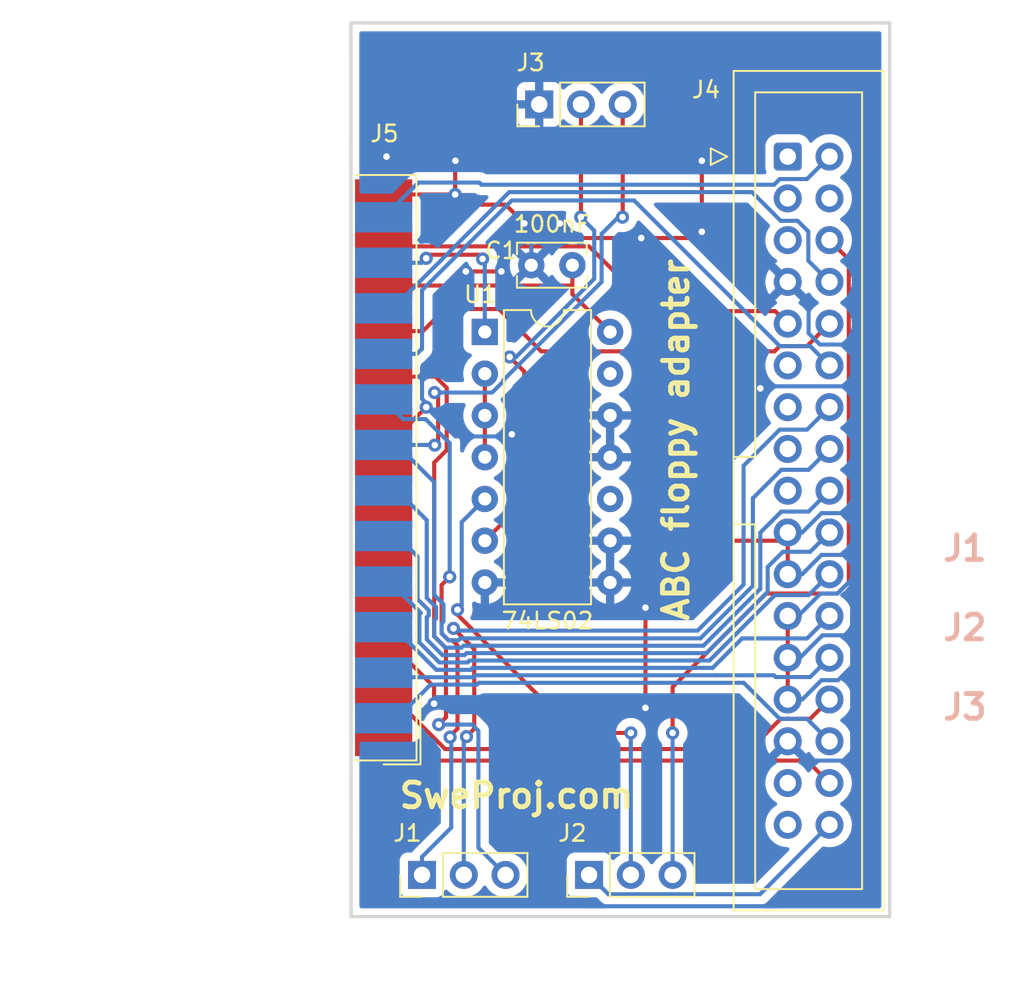
<source format=kicad_pcb>
(kicad_pcb (version 20211014) (generator pcbnew)

  (general
    (thickness 1.6)
  )

  (paper "A4")
  (layers
    (0 "F.Cu" signal)
    (31 "B.Cu" signal)
    (32 "B.Adhes" user "B.Adhesive")
    (33 "F.Adhes" user "F.Adhesive")
    (34 "B.Paste" user)
    (35 "F.Paste" user)
    (36 "B.SilkS" user "B.Silkscreen")
    (37 "F.SilkS" user "F.Silkscreen")
    (38 "B.Mask" user)
    (39 "F.Mask" user)
    (40 "Dwgs.User" user "User.Drawings")
    (41 "Cmts.User" user "User.Comments")
    (42 "Eco1.User" user "User.Eco1")
    (43 "Eco2.User" user "User.Eco2")
    (44 "Edge.Cuts" user)
    (45 "Margin" user)
    (46 "B.CrtYd" user "B.Courtyard")
    (47 "F.CrtYd" user "F.Courtyard")
    (48 "B.Fab" user)
    (49 "F.Fab" user)
    (50 "User.1" user)
    (51 "User.2" user)
    (52 "User.3" user)
    (53 "User.4" user)
    (54 "User.5" user)
    (55 "User.6" user)
    (56 "User.7" user)
    (57 "User.8" user)
    (58 "User.9" user)
  )

  (setup
    (stackup
      (layer "F.SilkS" (type "Top Silk Screen"))
      (layer "F.Paste" (type "Top Solder Paste"))
      (layer "F.Mask" (type "Top Solder Mask") (thickness 0.01))
      (layer "F.Cu" (type "copper") (thickness 0.035))
      (layer "dielectric 1" (type "core") (thickness 1.51) (material "FR4") (epsilon_r 4.5) (loss_tangent 0.02))
      (layer "B.Cu" (type "copper") (thickness 0.035))
      (layer "B.Mask" (type "Bottom Solder Mask") (thickness 0.01))
      (layer "B.Paste" (type "Bottom Solder Paste"))
      (layer "B.SilkS" (type "Bottom Silk Screen"))
      (copper_finish "None")
      (dielectric_constraints no)
    )
    (pad_to_mask_clearance 0)
    (pcbplotparams
      (layerselection 0x00010fc_ffffffff)
      (disableapertmacros false)
      (usegerberextensions false)
      (usegerberattributes true)
      (usegerberadvancedattributes true)
      (creategerberjobfile true)
      (svguseinch false)
      (svgprecision 6)
      (excludeedgelayer true)
      (plotframeref false)
      (viasonmask false)
      (mode 1)
      (useauxorigin false)
      (hpglpennumber 1)
      (hpglpenspeed 20)
      (hpglpendiameter 15.000000)
      (dxfpolygonmode true)
      (dxfimperialunits true)
      (dxfusepcbnewfont true)
      (psnegative false)
      (psa4output false)
      (plotreference true)
      (plotvalue true)
      (plotinvisibletext false)
      (sketchpadsonfab false)
      (subtractmaskfromsilk false)
      (outputformat 1)
      (mirror false)
      (drillshape 1)
      (scaleselection 1)
      (outputdirectory "")
    )
  )

  (net 0 "")
  (net 1 "+5V")
  (net 2 "GND")
  (net 3 "/Rdy2b")
  (net 4 "/Rdy2out")
  (net 5 "/Rdy2a")
  (net 6 "unconnected-(J4-Pad1)")
  (net 7 "unconnected-(J4-Pad3)")
  (net 8 "unconnected-(J4-Pad5)")
  (net 9 "/Lc{slash}Pc")
  (net 10 "unconnected-(J4-Pad11)")
  (net 11 "unconnected-(J4-Pad13)")
  (net 12 "unconnected-(J4-Pad15)")
  (net 13 "unconnected-(J4-Pad17)")
  (net 14 "unconnected-(J4-Pad31)")
  (net 15 "unconnected-(J4-Pad33)")
  (net 16 "/Hld")
  (net 17 "unconnected-(J4-Pad4)")
  (net 18 "/Index")
  (net 19 "/Sel 1")
  (net 20 "/Sel 2")
  (net 21 "/Sel 3")
  (net 22 "/Motor")
  (net 23 "/Dir")
  (net 24 "/Step")
  (net 25 "/Wd")
  (net 26 "/Wg")
  (net 27 "/Tr00")
  (net 28 "/Wpr")
  (net 29 "/Rd")
  (net 30 "/Side")
  (net 31 "/Rdy1")
  (net 32 "Net-(U1-Pad2)")
  (net 33 "/Sel 3a")
  (net 34 "/Sel 3b")
  (net 35 "/Motorout")
  (net 36 "unconnected-(U1-Pad10)")
  (net 37 "unconnected-(U1-Pad13)")

  (footprint "Capacitor_THT:C_Rect_L4.0mm_W2.5mm_P2.50mm" (layer "F.Cu") (at 125.984 79.756 180))

  (footprint "Package_DIP:DIP-14_W7.62mm" (layer "F.Cu") (at 120.66 83.815))

  (footprint "Connector_PinHeader_2.54mm:PinHeader_1x03_P2.54mm_Vertical" (layer "F.Cu") (at 127 116.84 90))

  (footprint "Connector_Dsub:DSUB-25_Female_EdgeMount_P2.77mm" (layer "F.Cu") (at 114.5045 92.075 -90))

  (footprint "Connector_PinHeader_2.54mm:PinHeader_1x03_P2.54mm_Vertical" (layer "F.Cu") (at 123.967 69.977 90))

  (footprint "Connector_PinHeader_2.54mm:PinHeader_1x03_P2.54mm_Vertical" (layer "F.Cu") (at 116.84 116.84 90))

  (footprint "Connector_IDC:IDC-Header_2x17_P2.54mm_Vertical" (layer "F.Cu") (at 139.0825 73.152))

  (gr_line (start 112.522 119.38) (end 112.518286 65.024) (layer "Edge.Cuts") (width 0.2) (tstamp 3b803728-3ec5-4cc5-b897-7a6bcbc82904))
  (gr_line (start 145.288 65.024) (end 145.288 119.38) (layer "Edge.Cuts") (width 0.2) (tstamp 4f10d8f9-00f4-4559-b053-519c362e9ac8))
  (gr_line (start 145.288 119.38) (end 112.522 119.38) (layer "Edge.Cuts") (width 0.2) (tstamp 5d7d8636-0f3a-49a1-b675-5f500715c96d))
  (gr_line (start 112.518286 65.024) (end 145.288 65.024) (layer "Edge.Cuts") (width 0.2) (tstamp 90661b14-8397-4b8e-a26a-ddc00b39a942))
  (gr_text "J1\n\nJ2\n\nJ3" (at 149.86 101.8032) (layer "B.SilkS") (tstamp 551310a4-3882-4605-bfec-f0802df1435c)
    (effects (font (size 1.5 1.5) (thickness 0.3)))
  )
  (gr_text "SweProj.com" (at 122.5804 112.014) (layer "F.SilkS") (tstamp 513c5122-3fbb-44b6-aa2c-74224719f915)
    (effects (font (size 1.5 1.5) (thickness 0.3)))
  )
  (gr_text "ABC floppy adapter" (at 132.2832 90.3732 90) (layer "F.SilkS") (tstamp c1d15993-12e6-4c0d-a72e-2f76d98a62f2)
    (effects (font (size 1.5 1.5) (thickness 0.3)))
  )

  (segment (start 125.984 81.519) (end 128.28 83.815) (width 0.25) (layer "F.Cu") (net 1) (tstamp 0509ff75-dfb3-498e-8d7e-fd8950454096))
  (segment (start 125.826 80.995) (end 125.984 81.153) (width 0.25) (layer "F.Cu") (net 1) (tstamp 2ac18977-7c1f-475c-a173-50b52bfc5fdf))
  (segment (start 125.984 81.153) (end 125.984 81.519) (width 0.25) (layer "F.Cu") (net 1) (tstamp 57866ef5-6fce-4067-9283-a986c34753ee))
  (segment (start 114.5045 80.995) (end 125.826 80.995) (width 0.25) (layer "F.Cu") (net 1) (tstamp 58da9af6-26ca-46d9-8135-a5bcd1928205))
  (segment (start 125.984 79.756) (end 125.984 81.153) (width 0.25) (layer "F.Cu") (net 1) (tstamp 6999d837-ca18-4825-bf84-72a9b6b84abd))
  (segment (start 114.5045 73.3285) (end 114.681 73.152) (width 0.25) (layer "F.Cu") (net 2) (tstamp 04f7a2fd-d0ed-4b23-9684-6148e7868d50))
  (segment (start 114.5045 75.455) (end 114.5045 73.3285) (width 0.25) (layer "F.Cu") (net 2) (tstamp 0ebf189e-6e5e-4043-a8ba-23ff95306d7f))
  (segment (start 139.0825 106.172) (end 139.0825 101.092) (width 0.25) (layer "F.Cu") (net 2) (tstamp 3a5681c3-4c8b-4716-9cd6-e75dd3a35533))
  (segment (start 118.855 75.455) (end 118.855 73.423) (width 0.25) (layer "F.Cu") (net 2) (tstamp 45c5d863-18e2-43ac-a437-adfc732f715b))
  (segment (start 128.28 96.515) (end 138.5795 96.515) (width 0.25) (layer "F.Cu") (net 2) (tstamp 466ea4c9-1fc2-48af-a10b-9ef6538f8d7b))
  (segment (start 130.429 100.584) (end 130.429 106.68) (width 0.25) (layer "F.Cu") (net 2) (tstamp 4ee28c49-df00-4402-83e6-73b811d7d954))
  (segment (start 116.181 89.305) (end 114.5045 89.305) (width 0.25) (layer "F.Cu") (net 2) (tstamp 51c5792c-a675-4ebd-b4f1-8c2d32c31932))
  (segment (start 117.094 88.392) (end 116.181 89.305) (width 0.25) (layer "F.Cu") (net 2) (tstamp 70318085-d616-48ad-ac19-750861eac45b))
  (segment (start 121.666 80.137) (end 119.507 80.137) (width 0.25) (layer "F.Cu") (net 2) (tstamp 72af7c9b-03eb-4492-a431-58e1ed5739d2))
  (segment (start 114.5045 75.455) (end 118.855 75.455) (width 0.25) (layer "F.Cu") (net 2) (tstamp 76928097-f48c-44af-b462-7280f384146d))
  (segment (start 121.92 76.073) (end 123.063 77.216) (width 0.25) (layer "F.Cu") (net 2) (tstamp 7c18280f-baa5-4b85-938f-0e66169cb030))
  (segment (start 133.477 78.105) (end 130.175 78.105) (width 0.25) (layer "F.Cu") (net 2) (tstamp 7d9a1bd4-de26-4bb2-b4fd-67d9d2c44431))
  (segment (start 118.855 75.455) (end 119.473 76.073) (width 0.25) (layer "F.Cu") (net 2) (tstamp 904f367a-67b6-4f4c-97ed-65f90fb49091))
  (segment (start 118.855 73.423) (end 118.872 73.406) (width 0.25) (layer "F.Cu") (net 2) (tstamp a78995ca-26da-4c69-bda2-ae9517b66df7))
  (segment (start 133.858 77.724) (end 133.858 73.406) (width 0.25) (layer "F.Cu") (net 2) (tstamp acc35938-859b-43da-9bd8-14fb563adae2))
  (segment (start 123.063 77.216) (end 125.222 77.216) (width 0.25) (layer "F.Cu") (net 2) (tstamp b1669bf2-90e1-494c-8d2c-016ae260c5f8))
  (segment (start 114.5045 103.155) (end 115.321167 103.155) (width 0.25) (layer "F.Cu") (net 2) (tstamp b2b0cfc4-9165-4e84-b4ce-39b9cba5edc8))
  (segment (start 119.473 76.073) (end 121.92 76.073) (width 0.25) (layer "F.Cu") (net 2) (tstamp bf9a9c4a-a26b-4a8c-8655-5062e3310658))
  (segment (start 126.111 78.105) (end 130.175 78.105) (width 0.25) (layer "F.Cu") (net 2) (tstamp c5e86fd8-41d3-4087-97b4-5d16719c9207))
  (segment (start 138.5795 96.515) (end 139.0825 96.012) (width 0.25) (layer "F.Cu") (net 2) (tstamp e00bc375-4b79-4bec-b13b-7f0dd36ef79a))
  (segment (start 115.321167 103.155) (end 117.57098 105.404813) (width 0.25) (layer "F.Cu") (net 2) (tstamp e2accffb-d808-40d3-bff4-f38a96947395))
  (segment (start 133.858 77.724) (end 133.477 78.105) (width 0.25) (layer "F.Cu") (net 2) (tstamp e851dac6-86e0-4959-931a-64e607f5fff9))
  (segment (start 114.5045 89.305) (end 114.5045 103.155) (width 0.25) (layer "F.Cu") (net 2) (tstamp eff983b8-adf2-457a-927f-d6791faddeb8))
  (segment (start 125.222 77.216) (end 126.111 78.105) (width 0.25) (layer "F.Cu") (net 2) (tstamp f2198fb3-2fe2-471a-b3c7-e9b610472fb3))
  (segment (start 139.0825 96.012) (end 139.0825 98.552) (width 0.25) (layer "F.Cu") (net 2) (tstamp f305836e-e6f8-48e7-840f-ad428a7274f0))
  (segment (start 117.57098 105.404813) (end 117.57098 106.426) (width 0.25) (layer "F.Cu") (net 2) (tstamp f54f29ce-3d13-465a-b00a-354c8c788041))
  (via (at 123.063 77.216) (size 0.8) (drill 0.4) (layers "F.Cu" "B.Cu") (net 2) (tstamp 026c5105-aa7b-4ce2-abd7-ed0e6df95253))
  (via (at 118.855 75.455) (size 0.8) (drill 0.4) (layers "F.Cu" "B.Cu") (net 2) (tstamp 06c97841-c57b-4335-b553-ce853dfa200a))
  (via (at 130.175 78.105) (size 0.8) (drill 0.4) (layers "F.Cu" "B.Cu") (net 2) (tstamp 11cfc182-a113-4247-8ac9-be4ddfd6d0bf))
  (via (at 117.094 88.392) (size 0.8) (drill 0.4) (layers "F.Cu" "B.Cu") (net 2) (tstamp 22c98542-9852-4a76-a96d-c4893c6431ac))
  (via (at 133.858 73.406) (size 0.8) (drill 0.4) (layers "F.Cu" "B.Cu") (net 2) (tstamp 23583325-288c-40f3-8cf9-781780e3671c))
  (via (at 130.429 100.584) (size 0.8) (drill 0.4) (layers "F.Cu" "B.Cu") (net 2) (tstamp 39dd4e2b-b98c-4982-866e-f4cdc5b638cf))
  (via (at 121.666 80.137) (size 0.8) (drill 0.4) (layers "F.Cu" "B.Cu") (free) (net 2) (tstamp 4162ccb1-4fe8-4cd2-b8c3-bd51ef034642))
  (via (at 130.429 106.68) (size 0.8) (drill 0.4) (layers "F.Cu" "B.Cu") (net 2) (tstamp 6fdedda5-9598-4fbc-a593-90f417763778))
  (via (at 119.507 80.137) (size 0.8) (drill 0.4) (layers "F.Cu" "B.Cu") (net 2) (tstamp 7321639d-5547-439d-8a56-945cc75f759b))
  (via (at 118.872 73.406) (size 0.8) (drill 0.4) (layers "F.Cu" "B.Cu") (net 2) (tstamp 7533bafa-600f-4e84-b162-667d83ac9c3b))
  (via (at 122.301 90.043) (size 0.8) (drill 0.4) (layers "F.Cu" "B.Cu") (net 2) (tstamp 8cafec88-b6f4-47ab-8d47-191c32a342fb))
  (via (at 137.414 87.249) (size 0.8) (drill 0.4) (layers "F.Cu" "B.Cu") (net 2) (tstamp 9fe35466-98e5-4907-9e9d-ee288b8b6ea0))
  (via (at 117.57098 106.426) (size 0.8) (drill 0.4) (layers "F.Cu" "B.Cu") (net 2) (tstamp c872e63c-6349-4491-a311-8e5fbd58695d))
  (via (at 133.858 77.724) (size 0.8) (drill 0.4) (layers "F.Cu" "B.Cu") (net 2) (tstamp d7c3404a-3fdb-460a-8d6b-3595ae23ceb6))
  (via (at 125.222 77.216) (size 0.8) (drill 0.4) (layers "F.Cu" "B.Cu") (free) (net 2) (tstamp e280ca97-0225-42cf-bc82-294fec217483))
  (via (at 114.681 73.152) (size 0.8) (drill 0.4) (layers "F.Cu" "B.Cu") (net 2) (tstamp fb546fa0-9905-46be-b6f1-aaecdc75e1c4))
  (segment (start 141.192489 102.266511) (end 139.827 103.632) (width 0.25) (layer "B.Cu") (net 2) (tstamp 0695f026-3f8c-40c3-9636-0b424d2e706c))
  (segment (start 123.484 77.637) (end 123.484 79.756) (width 0.25) (layer "B.Cu") (net 2) (tstamp 099a4b19-8c88-43b1-8a71-f7375d5d94e2))
  (segment (start 141.136001 97.377489) (end 142.462489 97.377489) (width 0.25) (layer "B.Cu") (net 2) (tstamp 0d205b33-18a1-4f61-aa59-53bf34f14b52))
  (segment (start 143.002 98.806) (end 143.002 98.83351) (width 0.25) (layer "B.Cu") (net 2) (tstamp 0e92a4a7-a61a-499d-851e-1c6b9963f72d))
  (segment (start 142.462489 97.377489) (end 143.002 97.917) (width 0.25) (layer "B.Cu") (net 2) (tstamp 111f5a45-73b9-4543-85fa-1ac62998e443))
  (segment (start 139.0825 106.172) (end 139.96149 106.172) (width 0.25) (layer "B.Cu") (net 2) (tstamp 173e2ec8-be95-474a-8b16-0ae495f8e752))
  (segment (start 139.0825 96.012) (end 139.96149 96.012) (width 0.25) (layer "B.Cu") (net 2) (tstamp 194f2564-8bc1-470a-bd37-5e8c5d6d297c))
  (segment (start 143.002 86.995) (end 143.002 96.012) (width 0.25) (layer "B.Cu") (net 2) (tstamp 1aff344f-cb2a-4854-81fe-891efaee1fc8))
  (segment (start 117.094 88.392) (end 117.094 88.138) (width 0.25) (layer "B.Cu") (net 2) (tstamp 1ec5e12c-f2be-42b9-b6e7-3bf71897001a))
  (segment (start 139.96149 98.552) (end 141.136001 97.377489) (width 0.25) (layer "B.Cu") (net 2) (tstamp 353a929a-4979-4c73-b2d3-e78a3fe0b942))
  (segment (start 142.843489 102.266511) (end 141.192489 102.266511) (width 0.25) (layer "B.Cu") (net 2) (tstamp 36b0cefb-7a35-40f1-8dc9-14a0ad23b0a5))
  (segment (start 117.094 88.392) (end 118.872 90.17) (width 0.25) (layer "B.Cu") (net 2) (tstamp 382526f5-f6aa-4f50-a83c-6a6a7c5df36b))
  (segment (start 139.718218 101.092) (end 139.0825 101.092) (width 0.25) (layer "B.Cu") (net 2) (tstamp 397b6ace-ddab-4396-8134-1d684ac51b01))
  (segment (start 143.002 102.108) (end 142.843489 102.266511) (width 0.25) (layer "B.Cu") (net 2) (tstamp 3c5504ac-6d95-4db0-9e89-56320fdfde0d))
  (segment (start 137.795 87.122) (end 137.668 87.249) (width 0.25) (layer "B.Cu") (net 2) (tstamp 3e1bd262-0f4e-4add-8476-6c1340dde8ba))
  (segment (start 140.3525 82.042) (end 140.3525 83.893988) (width 0.25) (layer "B.Cu") (net 2) (tstamp 3eb7018a-a213-4b52-bcf6-b2066fefa429))
  (segment (start 118.491 84.328) (end 118.491 82.931) (width 0.25) (layer "B.Cu") (net 2) (tstamp 413f0c46-9da4-45a9-b086-a9cca22bc9b7))
  (segment (start 143.002 97.917) (end 143.002 102.108) (width 0.25) (layer "B.Cu") (net 2) (tstamp 5d3834b7-62e3-4ed3-815a-498509d5a434))
  (segment (start 142.462489 109.886511) (end 143.002 109.347) (width 0.25) (layer "B.Cu") (net 2) (tstamp 605e7bf9-6e0e-4bb8-a260-bf91a005fb4d))
  (segment (start 137.668 87.249) (end 137.414 87.249) (width 0.25) (layer "B.Cu") (net 2) (tstamp 61f79269-2aea-4cfe-8395-f29419b1ca4d))
  (segment (start 141.136001 104.997489) (end 142.144511 104.997489) (width 0.25) (layer "B.Cu") (net 2) (tstamp 6b8b894d-252d-4272-8239-9edb04fb69d4))
  (segment (start 118.491 82.931) (end 119.507 81.915) (width 0.25) (layer "B.Cu") (net 2) (tstamp 6ce955c3-a6de-4157-9534-b38be78a17f5))
  (segment (start 123.063 77.216) (end 123.484 77.637) (width 0.25) (layer "B.Cu") (net 2) (tstamp 727834f0-b607-4b85-b82e-09161d713f0f))
  (segment (start 126.238 118.237) (end 126.746 118.745) (width 0.25) (layer "B.Cu") (net 2) (tstamp 75f22dc9-51c7-40e2-b252-1f21be31fd51))
  (segment (start 142.367 84.582) (end 143.002 85.217) (width 0.25) (layer "B.Cu") (net 2) (tstamp 7d604de0-d68c-4a93-8648-49078db53e4e))
  (segment (start 139.827 103.632) (end 139.0825 103.632) (width 0.25) (layer "B.Cu") (net 2) (tstamp 84599b8a-274f-437a-bb9c-9b95d6a1b1c9))
  (segment (start 143.002 85.217) (end 143.002 86.995) (width 0.25) (layer "B.Cu") (net 2) (tstamp 93a1f52f-1110-4e4a-acc8-f1cd70dc6091))
  (segment (start 139.96149 96.012) (end 141.136001 94.837489) (width 0.25) (layer "B.Cu") (net 2) (tstamp 93b0c968-bf17-4a75-887f-92f877f26064))
  (segment (start 140.3525 83.893988) (end 141.040512 84.582) (width 0.25) (layer "B.Cu") (net 2) (tstamp 96e12522-d254-40be-ad06-d3bb0d7df610))
  (segment (start 141.136001 94.837489) (end 142.335489 94.837489) (width 0.25) (layer "B.Cu") (net 2) (tstamp 9b8af3f4-81b0-4c13-af3b-6211e804031a))
  (segment (start 143.002 104.14) (end 143.002 100.965) (width 0.25) (layer "B.Cu") (net 2) (tstamp a93f1546-f8e5-43ca-bc0a-c2dd98426751))
  (segment (start 139.0825 80.772) (end 140.3525 82.042) (width 0.25) (layer "B.Cu") (net 2) (tstamp b0d0b2c3-dbe7-4172-8220-9b9d3f98136a))
  (segment (start 143.002 98.83351) (end 142.108999 99.726511) (width 0.25) (layer "B.Cu") (net 2) (tstamp b3d219e2-a346-4c36-a426-3ffa25185a60))
  (segment (start 141.040512 84.582) (end 142.367 84.582) (width 0.25) (layer "B.Cu") (net 2) (tstamp b5d5b576-4599-4e17-bdab-2c6e70991e4f))
  (segment (start 139.0825 108.712) (end 140.257011 109.886511) (width 0.25) (layer "B.Cu") (net 2) (tstamp ba3c033a-7473-4463-acfc-9bc71d7d9436))
  (segment (start 142.875 87.122) (end 137.795 87.122) (width 0.25) (layer "B.Cu") (net 2) (tstamp ba9078b0-2fcd-424d-b543-0e7642b6b8a1))
  (segment (start 143.002 95.504) (end 143.002 98.728011) (width 0.25) (layer "B.Cu") (net 2) (tstamp c0dc987a-5cd4-4b21-adf0-dfa88a9cbae0))
  (segment (start 139.0825 98.552) (end 139.96149 98.552) (width 0.25) (layer "B.Cu") (net 2) (tstamp c43098a6-0ca5-437f-bef3-d0924d7ff269))
  (segment (start 122.174 90.17) (end 122.301 90.043) (width 0.25) (layer "B.Cu") (net 2) (tstamp c5c67673-2757-465f-9230-ead759b2a16d))
  (segment (start 141.083707 99.726511) (end 139.718218 101.092) (width 0.25) (layer "B.Cu") (net 2) (tstamp c93ea2ad-e00b-4bce-baef-1a6c6d0697d1))
  (segment (start 117.094 88.138) (end 116.84 87.884) (width 0.25) (layer "B.Cu") (net 2) (tstamp ca9a8792-797b-428a-8a8a-73a3e200ee65))
  (segment (start 143.002 109.347) (end 143.002 104.14) (width 0.25) (layer "B.Cu") (net 2) (tstamp d5290e84-e85d-4c25-91bb-cb9bb7d17cb2))
  (segment (start 126.746 118.745) (end 138.43 118.745) (width 0.25) (layer "B.Cu") (net 2) (tstamp d5c27ca8-6666-42b1-a0ae-bd523da80071))
  (segment (start 119.507 81.915) (end 119.507 80.137) (width 0.25) (layer "B.Cu") (net 2) (tstamp db5d574b-f399-4f59-963e-17318d52dc9e))
  (segment (start 118.872 90.17) (end 122.174 90.17) (width 0.25) (layer "B.Cu") (net 2) (tstamp ddd04adc-79c3-4c2b-9ea2-b3f026835841))
  (segment (start 140.257011 109.886511) (end 142.462489 109.886511) (width 0.25) (layer "B.Cu") (net 2) (tstamp de301a44-c303-435d-bcae-7572e5ae9bb4))
  (segment (start 143.002 86.995) (end 142.875 87.122) (width 0.25) (layer "B.Cu") (net 2) (tstamp e11d571a-22c9-4d46-a9d0-f28a8ea9e0c2))
  (segment (start 142.108999 99.726511) (end 141.083707 99.726511) (width 0.25) (layer "B.Cu") (net 2) (tstamp e1f74ebb-1575-4311-80ef-4b7d62f06c1e))
  (segment (start 142.335489 94.837489) (end 143.002 95.504) (width 0.25) (layer "B.Cu") (net 2) (tstamp e2b00bec-1e27-4539-97e7-f7fdf899c0f5))
  (segment (start 142.144511 104.997489) (end 143.002 104.14) (width 0.25) (layer "B.Cu") (net 2) (tstamp eb97fe40-469b-46ec-9381-4b4c2f2dbcf0))
  (segment (start 125.73 118.237) (end 126.238 118.237) (width 0.25) (layer "B.Cu") (net 2) (tstamp f387fa0e-e5be-45c5-9dd2-e4262ae903de))
  (segment (start 116.84 87.884) (end 116.84 85.979) (width 0.25) (layer "B.Cu") (net 2) (tstamp f6f1b9e4-0a35-4711-afec-f14cc7e56625))
  (segment (start 139.96149 106.172) (end 141.136001 104.997489) (width 0.25) (layer "B.Cu") (net 2) (tstamp fb584a3f-4caa-48fc-adeb-a3d7ca3d7130))
  (segment (start 116.84 85.979) (end 118.491 84.328) (width 0.25) (layer "B.Cu") (net 2) (tstamp fced529e-d8af-42f0-9bf9-64f101ecf7bc))
  (segment (start 128.174511 118.014511) (end 137.399989 118.014511) (width 0.25) (layer "B.Cu") (net 3) (tstamp 4aa4b4a5-efef-416c-a96e-2834507b2b16))
  (segment (start 137.399989 118.014511) (end 141.6225 113.792) (width 0.25) (layer "B.Cu") (net 3) (tstamp adfc4557-981d-4ff2-bf29-818f3c76bcb1))
  (segment (start 127 116.84) (end 128.174511 118.014511) (width 0.25) (layer "B.Cu") (net 3) (tstamp dff07a46-6f7b-46fb-b88d-95ddf1d316d7))
  (segment (start 129.54 108.204) (end 126.1872 108.204) (width 0.25) (layer "F.Cu") (net 4) (tstamp 88b32a43-2aa8-4784-ba7a-1ffdefcc0b42))
  (segment (start 118.999 101.0158) (end 118.999 100.711) (width 0.25) (layer "F.Cu") (net 4) (tstamp a22ef832-33fc-4544-9dac-b6ed3c7ca675))
  (segment (start 126.1872 108.204) (end 118.999 101.0158) (width 0.25) (layer "F.Cu") (net 4) (tstamp e7b1a473-dadf-489b-a0f8-58c84c047f98))
  (via (at 129.54 108.204) (size 0.8) (drill 0.4) (layers "F.Cu" "B.Cu") (net 4) (tstamp 9098bf9b-c334-44df-8a2f-0354f2e9ab97))
  (via (at 118.999 100.711) (size 0.8) (drill 0.4) (layers "F.Cu" "B.Cu") (net 4) (tstamp d216c81d-0cd9-4025-a3ef-e1223a1404b0))
  (segment (start 129.54 108.204) (end 129.54 116.84) (width 0.25) (layer "B.Cu") (net 4) (tstamp 0cb2e2b1-d507-413e-a5ad-77ec5f449f50))
  (segment (start 119.253 95.382) (end 119.253 100.457) (width 0.25) (layer "B.Cu") (net 4) (tstamp 1c17d443-b9f4-4faa-9584-4364126d25a1))
  (segment (start 120.66 93.975) (end 119.253 95.382) (width 0.25) (layer "B.Cu") (net 4) (tstamp 3695653e-e359-48e0-8c75-963c3de8e8c3))
  (segment (start 119.253 100.457) (end 118.999 100.711) (width 0.25) (layer "B.Cu") (net 4) (tstamp b6baa000-7d42-40d8-9f85-817fdb61f394))
  (segment (start 142.108999 99.726511) (end 137.763489 99.726511) (width 0.25) (layer "F.Cu") (net 5) (tstamp 0b83e81a-17d3-4e60-8787-283212194147))
  (segment (start 142.797011 79.406511) (end 142.797011 99.038499) (width 0.25) (layer "F.Cu") (net 5) (tstamp 1bc1eb61-71e0-49f5-b8a3-e463dcfe42b1))
  (segment (start 137.763489 99.726511) (end 132.08 105.41) (width 0.25) (layer "F.Cu") (net 5) (tstamp 22e6f84a-f8cb-4d9d-bac9-75882f4ae9c3))
  (segment (start 141.6225 78.232) (end 142.797011 79.406511) (width 0.25) (layer "F.Cu") (net 5) (tstamp 30dd03a9-c342-444b-9345-11a4528cf22f))
  (segment (start 132.08 105.41) (end 132.08 108.204) (width 0.25) (layer "F.Cu") (net 5) (tstamp 5d98b832-a173-4663-8bd8-54606a060762))
  (segment (start 142.797011 99.038499) (end 142.108999 99.726511) (width 0.25) (layer "F.Cu") (net 5) (tstamp f761acd2-82ab-42a9-8350-76f2b6b226a9))
  (via (at 132.08 108.204) (size 0.8) (drill 0.4) (layers "F.Cu" "B.Cu") (net 5) (tstamp f7c8a04e-0fdc-436a-9f48-ee079b930ddc))
  (segment (start 132.08 116.84) (end 132.08 108.204) (width 0.25) (layer "B.Cu") (net 5) (tstamp 6400f108-9d8d-46fc-ac88-92912f1b18a5))
  (segment (start 114.8925 78.613) (end 114.5045 78.225) (width 0.25) (layer "F.Cu") (net 9) (tstamp 0d9c05e8-92f4-4f8c-92ae-70a6b0d7595d))
  (segment (start 130.937 82.55) (end 127 78.613) (width 0.25) (layer "F.Cu") (net 9) (tstamp c05d9ed2-01e6-41b6-87cb-3f5ff4e03f72))
  (segment (start 138.3205 82.55) (end 130.937 82.55) (width 0.25) (layer "F.Cu") (net 9) (tstamp cfe4309d-32a9-4610-a488-e35c5dc379e6))
  (segment (start 139.0825 83.312) (end 138.3205 82.55) (width 0.25) (layer "F.Cu") (net 9) (tstamp f04099c2-aee7-4b01-a241-2d7ba799c794))
  (segment (start 127 78.613) (end 114.8925 78.613) (width 0.25) (layer "F.Cu") (net 9) (tstamp fd153648-4457-4315-95e4-1f291cdfde73))
  (segment (start 120.45448 74.86148) (end 138.25201 74.86148) (width 0.25) (layer "B.Cu") (net 16) (tstamp 1d5af099-4e03-4e90-83f7-46987064eb3a))
  (segment (start 114.5045 76.84) (end 116.614011 74.730489) (width 0.25) (layer "B.Cu") (net 16) (tstamp 272d1aa6-4ecb-4160-82e8-693ba1ab4000))
  (segment (start 138.25201 74.86148) (end 138.596001 74.517489) (width 0.25) (layer "B.Cu") (net 16) (tstamp 327353a4-cf38-4c85-a3b2-2be52aa14e76))
  (segment (start 120.323489 74.730489) (end 120.45448 74.86148) (width 0.25) (layer "B.Cu") (net 16) (tstamp 5dacd2a6-8711-4a34-a182-e65065025a3e))
  (segment (start 140.257011 74.517489) (end 141.6225 73.152) (width 0.25) (layer "B.Cu") (net 16) (tstamp 9f4ec402-0701-4825-89eb-69b1eb950644))
  (segment (start 138.596001 74.517489) (end 140.257011 74.517489) (width 0.25) (layer "B.Cu") (net 16) (tstamp a0de2fce-02ba-4201-ae0a-bce9046210d4))
  (segment (start 116.614011 74.730489) (end 120.323489 74.730489) (width 0.25) (layer "B.Cu") (net 16) (tstamp dce8fd5c-466e-4d5d-8e06-97ec8fa3b3b7))
  (segment (start 140.335 77.710245) (end 140.335 79.4845) (width 0.25) (layer "B.Cu") (net 18) (tstamp 15a625f4-f923-4be4-b05d-7f08a023aac5))
  (segment (start 114.5045 82.38) (end 115.0761 82.38) (width 0.25) (layer "B.Cu") (net 18) (tstamp 2df1b9ac-8334-4dfd-a72b-61229dab1af9))
  (segment (start 140.335 79.4845) (end 141.6225 80.772) (width 0.25) (layer "B.Cu") (net 18) (tstamp 35f35d28-44d0-479a-b50a-adbe98b0d3f5))
  (segment (start 136.906 75.311) (end 138.652489 77.057489) (width 0.25) (layer "B.Cu") (net 18) (tstamp 751cbe30-d560-44d7-9f3b-7d65d322a5e1))
  (segment (start 115.0761 82.38) (end 122.1451 75.311) (width 0.25) (layer "B.Cu") (net 18) (tstamp 8683f1e4-ea4d-44ce-abcd-1b6cd30c7e52))
  (segment (start 138.652489 77.057489) (end 139.682244 77.057489) (width 0.25) (layer "B.Cu") (net 18) (tstamp aff329d5-0a7f-4cf5-b1ae-130dfa9883d4))
  (segment (start 122.1451 75.311) (end 136.906 75.311) (width 0.25) (layer "B.Cu") (net 18) (tstamp c08c5058-f7ef-48ab-83de-f2293579a180))
  (segment (start 139.682244 77.057489) (end 140.335 77.710245) (width 0.25) (layer "B.Cu") (net 18) (tstamp e6bb06d3-eab9-47c0-af8a-b063b4ebf460))
  (segment (start 124.090222 84.9962) (end 138.27729 84.9962) (width 0.25) (layer "F.Cu") (net 19) (tstamp 207c2eae-975b-435d-bede-ec9f32aea2c0))
  (segment (start 116.895 83.765) (end 118.237 82.423) (width 0.25) (layer "F.Cu") (net 19) (tstamp 3b621edf-cf82-4233-bef3-cffaaa79fa93))
  (segment (start 138.596001 84.677489) (end 140.257011 84.677489) (width 0.25) (layer "F.Cu") (net 19) (tstamp 8ee74fce-a73e-410d-bd39-d53c6672ddf7))
  (segment (start 114.5045 83.765) (end 116.895 83.765) (width 0.25) (layer "F.Cu") (net 19) (tstamp 94173a9d-cbef-49bc-b512-f2ae33365750))
  (segment (start 121.517022 82.423) (end 124.090222 84.9962) (width 0.25) (layer "F.Cu") (net 19) (tstamp bd79c3c6-bd7b-4ad7-ba56-38a71611b64a))
  (segment (start 140.257011 84.677489) (end 141.6225 83.312) (width 0.25) (layer "F.Cu") (net 19) (tstamp fa16d71a-57bd-4452-8438-f38a67db5b94))
  (segment (start 138.27729 84.9962) (end 138.596001 84.677489) (width 0.25) (layer "F.Cu") (net 19) (tstamp fb2c72cf-c737-4358-b725-3b98c85b8959))
  (segment (start 118.237 82.423) (end 121.517022 82.423) (width 0.25) (layer "F.Cu") (net 19) (tstamp ff2c3226-cbfa-4533-9409-b5e2c7f729b5))
  (segment (start 140.447989 84.677489) (end 141.6225 85.852) (width 0.25) (layer "B.Cu") (net 20) (tstamp 25bd8f66-48cb-4d43-aba1-a5b15a6b9f97))
  (segment (start 116.84 81.28) (end 122.301 75.819) (width 0.25) (layer "B.Cu") (net 20) (tstamp 38ffcccd-0970-45be-a93b-77f0ce2a56ce))
  (segment (start 116.526 85.15) (end 116.84 84.836) (width 0.25) (layer "B.Cu") (net 20) (tstamp 4b63c48a-60f3-43d8-8077-42f3ccbbbd21))
  (segment (start 129.737512 75.819) (end 138.596001 84.677489) (width 0.25) (layer "B.Cu") (net 20) (tstamp 6cc16334-5a78-447f-883f-2e5f7bfa1fc5))
  (segment (start 122.301 75.819) (end 129.737512 75.819) (width 0.25) (layer "B.Cu") (net 20) (tstamp 837693e0-a192-44d7-ba95-ee3948365bcd))
  (segment (start 116.84 84.836) (end 116.84 81.28) (width 0.25) (layer "B.Cu") (net 20) (tstamp d296a0f5-02eb-4543-868a-485358371d2f))
  (segment (start 138.596001 84.677489) (end 140.447989 84.677489) (width 0.25) (layer "B.Cu") (net 20) (tstamp eb7ad1e9-4fd7-40c2-addf-26aefd911178))
  (segment (start 114.5045 85.15) (end 116.526 85.15) (width 0.25) (layer "B.Cu") (net 20) (tstamp fe967ceb-6882-41a9-a60e-c13229a24127))
  (segment (start 120.015 107.956489) (end 120.015 103.107198) (width 0.25) (layer "F.Cu") (net 21) (tstamp 89bddea0-e123-4afd-be16-6b7dd934bb45))
  (segment (start 120.015 103.107198) (end 118.753401 101.845599) (width 0.25) (layer "F.Cu") (net 21) (tstamp a2240f71-3d3a-4a55-b741-43fc358d4155))
  (segment (start 119.5445 108.426989) (end 120.015 107.956489) (width 0.25) (layer "F.Cu") (net 21) (tstamp d039efaa-7da5-4a1c-b849-1cadc9110e4a))
  (via (at 118.753401 101.845599) (size 0.8) (drill 0.4) (layers "F.Cu" "B.Cu") (net 21) (tstamp 00e7c7c6-1bac-408d-934f-6985e199ae79))
  (via (at 119.5445 108.426989) (size 0.8) (drill 0.4) (layers "F.Cu" "B.Cu") (net 21) (tstamp deedac57-fb35-40a2-a3cf-61aeaffe2022))
  (segment (start 136.398 99.187) (end 133.604 101.981) (width 0.25) (layer "B.Cu") (net 21) (tstamp 281cba2a-9a0d-4ba9-ae02-4851a4d5ef54))
  (segment (start 138.596001 89.757489) (end 136.398 91.95549) (width 0.25) (layer "B.Cu") (net 21) (tstamp 32450ce7-fbe5-4a8a-a4f0-430408f6414a))
  (segment (start 119.38 108.591489) (end 119.5445 108.426989) (width 0.25) (layer "B.Cu") (net 21) (tstamp 49a2fd74-21df-44e8-9bbe-babed5855e6d))
  (segment (start 141.6225 88.392) (end 140.257011 89.757489) (width 0.25) (layer "B.Cu") (net 21) (tstamp 64b90e1f-b66a-437d-be77-1d73d8d72146))
  (segment (start 140.257011 89.757489) (end 138.596001 89.757489) (width 0.25) (layer "B.Cu") (net 21) (tstamp 6fd79d3f-e027-49e4-a286-deb8cd8d05de))
  (segment (start 119.38 116.84) (end 119.38 108.591489) (width 0.25) (layer "B.Cu") (net 21) (tstamp 951f0e51-65ee-4905-b998-d0b2d8b1d42b))
  (segment (start 133.604 101.981) (end 118.888802 101.981) (width 0.25) (layer "B.Cu") (net 21) (tstamp bda15ee9-b44d-4dc8-b2b1-024f6516d860))
  (segment (start 118.888802 101.981) (end 118.753401 101.845599) (width 0.25) (layer "B.Cu") (net 21) (tstamp c792d8d9-4817-4d6f-a57e-3c117c43a497))
  (segment (start 136.398 91.95549) (end 136.398 99.187) (width 0.25) (layer "B.Cu") (net 21) (tstamp cd065b82-0cf5-4208-b86e-c662ada48d95))
  (segment (start 129.047 69.977) (end 129.047 76.82) (width 0.25) (layer "F.Cu") (net 22) (tstamp 57ec546a-d91d-4ebf-bb20-3da208adfd53))
  (segment (start 117.818511 87.719511) (end 117.602 87.503) (width 0.25) (layer "F.Cu") (net 22) (tstamp 7bcb72db-ebe1-4add-973c-ce3f00252ae1))
  (segment (start 129.047 76.82) (end 129.032 76.835) (width 0.25) (layer "F.Cu") (net 22) (tstamp 96afe491-0063-4663-9817-2a032bf72506))
  (segment (start 117.818511 90.498989) (end 117.818511 87.719511) (width 0.25) (layer "F.Cu") (net 22) (tstamp b25a57a2-4b36-47b2-97db-db13c2fb9131))
  (segment (start 117.61645 90.70105) (end 117.818511 90.498989) (width 0.25) (layer "F.Cu") (net 22) (tstamp fed6500b-3fe1-4c9b-a984-472bb9e667ec))
  (via (at 117.61645 90.70105) (size 0.8) (drill 0.4) (layers "F.Cu" "B.Cu") (net 22) (tstamp aa0869d3-e719-4c62-8e2a-6ebebf243c58))
  (via (at 129.032 76.835) (size 0.8) (drill 0.4) (layers "F.Cu" "B.Cu") (net 22) (tstamp d9f59cbf-12f0-4cfe-8768-94a4ece453ca))
  (via (at 117.602 87.503) (size 0.8) (drill 0.4) (layers "F.Cu" "B.Cu") (net 22) (tstamp fe5e52ce-c400-46fd-b2f3-916795066514))
  (segment (start 117.61645 90.70105) (end 117.6054 90.69) (width 0.25) (layer "B.Cu") (net 22) (tstamp 058f5726-531e-4b07-a7bf-a4d9da19618a))
  (segment (start 128.778 76.835) (end 129.032 76.835) (width 0.25) (layer "B.Cu") (net 22) (tstamp 1193ba5e-3be0-4266-a30c-452a8af65591))
  (segment (start 118.147499 100.376099) (end 118.147499 101.426901) (width 0.25) (layer "B.Cu") (net 22) (tstamp 2019d1cb-3f44-4350-b567-07ec343b7ded))
  (segment (start 118.147499 101.426901) (end 118.0289 101.5455) (width 0.25) (layer "B.Cu") (net 22) (tstamp 24798a3e-514c-4324-a45c-9c58f6104d10))
  (segment (start 140.3525 92.202) (end 141.6225 90.932) (width 0.25) (layer "B.Cu") (net 22) (tstamp 2d475672-af82-4b88-83ca-3c30f2719f72))
  (segment (start 117.6054 90.69) (end 114.5045 90.69) (width 0.25) (layer "B.Cu") (net 22) (tstamp 2fb228c3-38a6-421c-a969-26a8c845c03b))
  (segment (start 136.96448 93.92901) (end 138.69149 92.202) (width 0.25) (layer "B.Cu") (net 22) (tstamp 32b25f66-826b-47bc-9f26-eae4a5f0a5bf))
  (segment (start 121.784511 86.749489) (end 127.762 80.772) (width 0.25) (layer "B.Cu") (net 22) (tstamp 3d44680d-7399-4e9d-a65a-a3ab37de3574))
  (segment (start 121.1023 87.503) (end 121.784511 86.820789) (width 0.25) (layer "B.Cu") (net 22) (tstamp 3d54e0f6-e497-46b6-9b14-3e4b0cbc4e2f))
  (segment (start 138.69149 92.202) (end 140.3525 92.202) (width 0.25) (layer "B.Cu") (net 22) (tstamp 4d4aee85-73f0-4d61-ad79-1fd8c17096f5))
  (segment (start 119.172099 102.451501) (end 133.769203 102.451501) (width 0.25) (layer "B.Cu") (net 22) (tstamp 7869f947-883d-43de-ac85-51a8b8bdfb0f))
  (segment (start 127.762 80.772) (end 127.762 77.851) (width 0.25) (layer "B.Cu") (net 22) (tstamp 8253a524-cbdf-4160-bdc9-ca6e7627795d))
  (segment (start 115.321167 90.69) (end 117.576822 92.945655) (width 0.25) (layer "B.Cu") (net 22) (tstamp 93af4ed3-f074-4873-b513-7d2625e5fd96))
  (segment (start 118.453302 102.5701) (end 119.0535 102.5701) (width 0.25) (layer "B.Cu") (net 22) (tstamp ad0f7d9a-9abf-4866-abfe-c678d2624384))
  (segment (start 136.96448 99.256224) (end 136.96448 93.92901) (width 0.25) (layer "B.Cu") (net 22) (tstamp ad4b4db0-56fe-4cd1-a5ce-265d1900b152))
  (segment (start 114.5045 90.69) (end 115.321167 90.69) (width 0.25) (layer "B.Cu") (net 22) (tstamp b01861f4-d8b4-4e4a-abe8-e79abd992746))
  (segment (start 133.769203 102.451501) (end 136.96448 99.256224) (width 0.25) (layer "B.Cu") (net 22) (tstamp b1eab8c0-980d-49a3-8744-16175dd460ef))
  (segment (start 118.0289 102.145698) (end 118.453302 102.5701) (width 0.25) (layer "B.Cu") (net 22) (tstamp c1f22372-d0a7-487f-b12d-572047ecc2f5))
  (segment (start 117.602 87.503) (end 121.1023 87.503) (width 0.25) (layer "B.Cu") (net 22) (tstamp cb285487-931d-4dcd-a704-8e1d7364043f))
  (segment (start 117.576822 99.805422) (end 118.147499 100.376099) (width 0.25) (layer "B.Cu") (net 22) (tstamp cf924a46-a8af-4eda-944f-d464493bb254))
  (segment (start 118.0289 101.5455) (end 118.0289 102.145698) (width 0.25) (layer "B.Cu") (net 22) (tstamp d476ee99-f915-47bb-bc5d-98e60df88272))
  (segment (start 117.576822 92.945655) (end 117.576822 99.805422) (width 0.25) (layer "B.Cu") (net 22) (tstamp d8fbedd9-bbf3-4187-842a-3510bcba1e5f))
  (segment (start 127.762 77.851) (end 128.778 76.835) (width 0.25) (layer "B.Cu") (net 22) (tstamp dee16de2-d582-495f-a0ac-e9bfc5585444))
  (segment (start 119.0535 102.5701) (end 119.172099 102.451501) (width 0.25) (layer "B.Cu") (net 22) (tstamp e3b5c5a3-4144-434f-9164-ea5ac70dd05c))
  (segment (start 121.784511 86.820789) (end 121.784511 86.749489) (width 0.25) (layer "B.Cu") (net 22) (tstamp e70fee02-7806-4848-a82c-8102d3583818))
  (segment (start 117.579389 101.359307) (end 117.57939 101.731694) (width 0.25) (layer "B.Cu") (net 23) (tstamp 0a33330b-91f1-4bd4-bc6a-8038c3ef1e8d))
  (segment (start 119.358292 102.901012) (end 133.955397 102.901011) (width 0.25) (layer "B.Cu") (net 23) (tstamp 0f624819-44de-47a9-aeb0-d8ed45087e96))
  (segment (start 140.3525 94.742) (end 141.6225 93.472) (width 0.25) (layer "B.Cu") (net 23) (tstamp 0ffc594a-8618-494a-a6a6-fa090f7832d2))
  (segment (start 117.57939 102.331892) (end 118.267109 103.019611) (width 0.25) (layer "B.Cu") (net 23) (tstamp 2419f267-078b-4cc4-8bea-095fc4b6eff9))
  (segment (start 117.127302 95.266135) (end 117.127302 99.991606) (width 0.25) (layer "B.Cu") (net 23) (tstamp 39e4b6eb-a1fe-4cb5-a6fd-282a9ff5da5f))
  (segment (start 137.413991 96.019499) (end 138.69149 94.742) (width 0.25) (layer "B.Cu") (net 23) (tstamp 3aa6e313-7972-4b5e-a4c8-3414c36a4b92))
  (segment (start 114.5045 93.46) (end 115.321167 93.46) (width 0.25) (layer "B.Cu") (net 23) (tstamp 5fd2b760-c016-4b2d-b398-e9b65921961f))
  (segment (start 117.697989 100.562293) (end 117.697989 101.240707) (width 0.25) (layer "B.Cu") (net 23) (tstamp 673f1a23-6661-4620-90df-f91c1a23f2f1))
  (segment (start 117.697989 101.240707) (end 117.579389 101.359307) (width 0.25) (layer "B.Cu") (net 23) (tstamp 83eaa170-0f51-4bb4-af91-7a5a243a201c))
  (segment (start 118.267109 103.019611) (end 118.639496 103.01961) (width 0.25) (layer "B.Cu") (net 23) (tstamp 85878c11-d4b5-4d11-a6be-f032d8348a4d))
  (segment (start 133.955397 102.901011) (end 137.413991 99.442417) (width 0.25) (layer "B.Cu") (net 23) (tstamp 9f6c8def-12d2-41a2-8c03-eda1eeb224ea))
  (segment (start 115.321167 93.46) (end 117.127302 95.266135) (width 0.25) (layer "B.Cu") (net 23) (tstamp a701b068-ffdf-4fe2-82fb-151ca618bb47))
  (segment (start 118.639496 103.01961) (end 119.239694 103.01961) (width 0.25) (layer "B.Cu") (net 23) (tstamp c4c300bc-e982-40ee-bc82-a4fa8a54a3a5))
  (segment (start 119.239694 103.01961) (end 119.358292 102.901012) (width 0.25) (layer "B.Cu") (net 23) (tstamp cd446b8a-c08c-42cd-a9a3-cf412885f2b4))
  (segment (start 138.69149 94.742) (end 140.3525 94.742) (width 0.25) (layer "B.Cu") (net 23) (tstamp cf6a2fb6-301e-47f3-a4a0-9ef674598de9))
  (segment (start 137.413991 99.442417) (end 137.413991 96.019499) (width 0.25) (layer "B.Cu") (net 23) (tstamp e355398f-3002-4484-856c-2436a52eab16))
  (segment (start 117.57939 101.731694) (end 117.57939 102.331892) (width 0.25) (layer "B.Cu") (net 23) (tstamp ec315fc0-5fbc-46a7-b61d-3e7ba71487f1))
  (segment (start 117.127302 99.991606) (end 117.697989 100.562293) (width 0.25) (layer "B.Cu") (net 23) (tstamp f1de17b2-77f9-4731-89b1-0e00eaea67cd))
  (segment (start 117.248479 101.054513) (end 117.129878 101.173115) (width 0.25) (layer "B.Cu") (net 24) (tstamp 0c7f3068-d7bd-4edc-bafd-a387dbfe8fb4))
  (segment (start 117.12988 102.518086) (end 118.080917 103.469122) (width 0.25) (layer "B.Cu") (net 24) (tstamp 1571b9d4-6db3-4d13-8517-4e3c9ceea84e))
  (segment (start 119.425888 103.46912) (end 119.544485 103.350523) (width 0.25) (layer "B.Cu") (net 24) (tstamp 2c884c24-451e-41aa-8de1-33376db18545))
  (segment (start 115.321167 96.23) (end 116.569011 97.477844) (width 0.25) (layer "B.Cu") (net 24) (tstamp 44a799bd-0d3a-4a2b-87b4-10fa523aa7d6))
  (segment (start 134.141589 103.350523) (end 137.863502 99.62861) (width 0.25) (layer "B.Cu") (net 24) (tstamp 4a5b4456-9bfa-4ab6-b9b8-d82d95ac2986))
  (segment (start 137.863502 99.62861) (end 137.863502 98.109988) (width 0.25) (layer "B.Cu") (net 24) (tstamp 4ced55ca-7dbd-4769-b59d-e902b8d19a52))
  (segment (start 117.248479 100.748487) (end 117.248479 101.054513) (width 0.25) (layer "B.Cu") (net 24) (tstamp 799fec8c-a4b9-49c3-8907-e99e4af365a9))
  (segment (start 117.129878 101.173115) (end 117.12988 102.518086) (width 0.25) (layer "B.Cu") (net 24) (tstamp 8397bcb6-889d-4112-9b1d-1609ea642902))
  (segment (start 114.5045 96.23) (end 115.321167 96.23) (width 0.25) (layer "B.Cu") (net 24) (tstamp 880c680a-7e6c-48f7-8226-9c3889b584d9))
  (segment (start 138.786979 97.186511) (end 140.447989 97.186511) (width 0.25) (layer "B.Cu") (net 24) (tstamp 94d67f3e-4898-4ca0-8659-c954d73a6977))
  (segment (start 118.080917 103.469122) (end 119.425888 103.46912) (width 0.25) (layer "B.Cu") (net 24) (tstamp 9696cec4-5e81-4cc1-8e56-49f0c994142f))
  (segment (start 140.447989 97.186511) (end 141.6225 96.012) (width 0.25) (layer "B.Cu") (net 24) (tstamp 98c41d91-3f72-4f82-8376-ce2f310a6d96))
  (segment (start 116.569011 97.477844) (end 116.569011 100.069019) (width 0.25) (layer "B.Cu") (net 24) (tstamp a7bfd492-ada0-410b-9cdd-2c8147aecfba))
  (segment (start 119.544485 103.350523) (end 134.141589 103.350523) (width 0.25) (layer "B.Cu") (net 24) (tstamp ac12336a-c2ac-40f8-b055-be8a5ff62426))
  (segment (start 137.863502 98.109988) (end 138.786979 97.186511) (width 0.25) (layer "B.Cu") (net 24) (tstamp b5f5179d-051c-4d34-be04-3c4219daac93))
  (segment (start 116.569011 100.069019) (end 117.248479 100.748487) (width 0.25) (layer "B.Cu") (net 24) (tstamp c601191d-f582-4c40-8ad8-05855d17c540))
  (segment (start 134.327783 103.800033) (end 138.305816 99.822) (width 0.25) (layer "B.Cu") (net 25) (tstamp 11d38456-0a53-43e3-ac05-4f7689b643bc))
  (segment (start 138.305816 99.822) (end 140.3525 99.822) (width 0.25) (layer "B.Cu") (net 25) (tstamp 162b5b58-32d2-4810-bf0b-a743a9bb56ed))
  (segment (start 140.3525 99.822) (end 141.6225 98.552) (width 0.25) (layer "B.Cu") (net 25) (tstamp 326ddd33-f728-4a12-8512-e44add3d6d0e))
  (segment (start 114.5045 99) (end 114.864288 99) (width 0.25) (layer "B.Cu") (net 25) (tstamp 40fb713b-3e1b-4ca1-b32b-5a9aea3df735))
  (segment (start 116.680368 101.359311) (end 116.68037 102.70428) (width 0.25) (layer "B.Cu") (net 25) (tstamp 5e6ca305-2b2a-4bbd-8304-3c766e1c0de3))
  (segment (start 116.68037 102.70428) (end 117.894724 103.918633) (width 0.25) (layer "B.Cu") (net 25) (tstamp 822f3262-e85b-4eee-ad38-bd8267590c95))
  (segment (start 116.680367 100.986922) (end 116.680368 101.359311) (width 0.25) (layer "B.Cu") (net 25) (tstamp 8a6d0e9f-35fd-49b4-bcfd-bf4c1393d045))
  (segment (start 118.267111 103.918632) (end 119.612082 103.91863) (width 0.25) (layer "B.Cu") (net 25) (tstamp ae2d78ff-28fa-4915-bc4e-446da5c863a6))
  (segment (start 119.730678 103.800034) (end 134.327783 103.800033) (width 0.25) (layer "B.Cu") (net 25) (tstamp b168ed7f-2c63-4dbc-90bf-bf3adb3795ed))
  (segment (start 117.894724 103.918633) (end 118.267111 103.918632) (width 0.25) (layer "B.Cu") (net 25) (tstamp d7981509-627f-4763-b195-7ec7276f6ef0))
  (segment (start 116.765788 100.9015) (end 116.680367 100.986922) (width 0.25) (layer "B.Cu") (net 25) (tstamp dccf7f09-870a-430e-b3a5-d374b0951e63))
  (segment (start 119.612082 103.91863) (end 119.730678 103.800034) (width 0.25) (layer "B.Cu") (net 25) (tstamp ec989f6a-bd30-4fe2-a39d-26b0c2f9967b))
  (segment (start 114.864288 99) (end 116.765788 100.9015) (width 0.25) (layer "B.Cu") (net 25) (tstamp ed78cd7a-c719-43c5-85ba-627e550e56d3))
  (segment (start 136.306031 102.457489) (end 140.257011 102.457489) (width 0.25) (layer "B.Cu") (net 26) (tstamp 23a4c97c-3f20-4dd7-9098-c93ee6d78d1b))
  (segment (start 114.5045 101.77) (end 115.110388 101.77) (width 0.25) (layer "B.Cu") (net 26) (tstamp 28c23d5d-f80e-4eb6-84fb-d9aef0375317))
  (segment (start 115.110388 101.77) (end 117.708532 104.368144) (width 0.25) (layer "B.Cu") (net 26) (tstamp 2fb54775-d79c-4284-937b-074a341542c0))
  (segment (start 134.513975 104.249545) (end 136.306031 102.457489) (width 0.25) (layer "B.Cu") (net 26) (tstamp 3d532bb5-150e-451b-823b-48e360f864e1))
  (segment (start 119.798276 104.36814) (end 119.916871 104.249545) (width 0.25) (layer "B.Cu") (net 26) (tstamp 60118ea2-048a-4707-9ef6-b60f60ae831e))
  (segment (start 119.916871 104.249545) (end 134.513975 104.249545) (width 0.25) (layer "B.Cu") (net 26) (tstamp 77f6b099-fdbd-45a8-8eb2-08a3503ba2ff))
  (segment (start 140.257011 102.457489) (end 141.6225 101.092) (width 0.25) (layer "B.Cu") (net 26) (tstamp 8828788e-df99-49a3-821d-754234d6a54f))
  (segment (start 117.708532 104.368144) (end 119.798276 104.36814) (width 0.25) (layer "B.Cu") (net 26) (tstamp 8ea6d60b-dcfd-430e-a709-9a9e8389cd2f))
  (segment (start 114.5045 104.54) (end 114.78215 104.81765) (width 0.25) (layer "B.Cu") (net 27) (tstamp 02bcce89-c8f5-4393-b523-e3247c4a3b1f))
  (segment (start 120.103064 104.699056) (end 134.700169 104.699055) (width 0.25) (layer "B.Cu") (net 27) (tstamp 27477966-69c3-4f44-adcc-e25c8b4658ce))
  (segment (start 138.352715 104.806511) (end 140.447989 104.806511) (width 0.25) (layer "B.Cu") (net 27) (tstamp 43108d1f-6fab-4012-bb34-effc39df9879))
  (segment (start 119.98447 104.81765) (end 120.103064 104.699056) (width 0.25) (layer "B.Cu") (net 27) (tstamp 5e15ca0e-7d6c-44fa-b0d0-fa5e423ae194))
  (segment (start 114.78215 104.81765) (end 119.98447 104.81765) (width 0.25) (layer "B.Cu") (net 27) (tstamp b5d5ba52-25cb-4b25-818a-8b98f67f5ae4))
  (segment (start 134.700169 104.699055) (end 134.700173 104.699051) (width 0.25) (layer "B.Cu") (net 27) (tstamp b653e7f3-279a-4cf7-9188-055533b287d4))
  (segment (start 140.447989 104.806511) (end 141.6225 103.632) (width 0.25) (layer "B.Cu") (net 27) (tstamp c4172cf6-6254-41bd-a204-b8f4c3d60fd6))
  (segment (start 138.245255 104.699051) (end 138.352715 104.806511) (width 0.25) (layer "B.Cu") (net 27) (tstamp d3d8510c-6b1c-4e8a-855b-60a000e61716))
  (segment (start 134.700173 104.699051) (end 138.245255 104.699051) (width 0.25) (layer "B.Cu") (net 27) (tstamp d998c3d6-e590-4c0a-8435-47c499599d7e))
  (segment (start 136.814074 109.184926) (end 138.652489 107.346511) (width 0.25) (layer "F.Cu") (net 28) (tstamp 0b28f4ac-e814-45d2-be26-403cfef352e4))
  (segment (start 118.245458 109.184926) (end 136.814074 109.184926) (width 0.25) (layer "F.Cu") (net 28) (tstamp 0d9631a8-61ef-407e-90c8-f74e13c17aa5))
  (segment (start 114.5045 105.925) (end 114.985532 105.925) (width 0.25) (layer "F.Cu") (net 28) (tstamp 168fdce8-d3c8-46be-9591-b02b8f6bfc68))
  (segment (start 140.447989 107.346511) (end 141.6225 106.172) (width 0.25) (layer "F.Cu") (net 28) (tstamp 1d0940be-1a90-4485-89af-ebafe742e293))
  (segment (start 114.985532 105.925) (end 118.245458 109.184926) (width 0.25) (layer "F.Cu") (net 28) (tstamp 5ef31f9d-c041-433f-b1bf-3ed89a4fa59a))
  (segment (start 138.652489 107.346511) (end 140.447989 107.346511) (width 0.25) (layer "F.Cu") (net 28) (tstamp ae0f55ad-0758-46e9-a174-b2a0fc45c33f))
  (segment (start 136.40549 105.156) (end 138.596001 107.346511) (width 0.25) (layer "B.Cu") (net 29) (tstamp 20193e1f-fada-4c28-9cae-dcc1516a667c))
  (segment (start 117.364 105.267167) (end 120.170664 105.26716) (width 0.25) (layer "B.Cu") (net 29) (tstamp 2a9921d8-2e97-4bc0-bd9d-9526e7d0051e))
  (segment (start 140.257011 107.346511) (end 141.6225 108.712) (width 0.25) (layer "B.Cu") (net 29) (tstamp 2ead883a-2ef5-4441-a2ba-3751c5a3785b))
  (segment (start 114.5045 107.31) (end 115.321167 107.31) (width 0.25) (layer "B.Cu") (net 29) (tstamp 53b1f897-371c-47dd-959a-c072a27d4e74))
  (segment (start 120.170664 105.26716) (end 120.281824 105.156) (width 0.25) (layer "B.Cu") (net 29) (tstamp 612da227-f4dc-426d-b00c-940d45a8aedd))
  (segment (start 138.596001 107.346511) (end 140.257011 107.346511) (width 0.25) (layer "B.Cu") (net 29) (tstamp a80327aa-cef0-4f3b-b4be-5dceece67053))
  (segment (start 120.281824 105.156) (end 136.40549 105.156) (width 0.25) (layer "B.Cu") (net 29) (tstamp bb7cc2a0-fa88-41be-8756-4ed5d43529dc))
  (segment (start 115.321167 107.31) (end 117.364 105.267167) (width 0.25) (layer "B.Cu") (net 29) (tstamp bf998e76-d7c2-4caa-b810-f7390a8dd86a))
  (segment (start 114.5045 108.695) (end 115.696011 109.886511) (width 0.25) (layer "F.Cu") (net 30) (tstamp 0a601815-7f19-4b86-b088-f6059f1d1be9))
  (segment (start 115.696011 109.886511) (end 140.257011 109.886511) (width 0.25) (layer "F.Cu") (net 30) (tstamp 6aa7f495-3978-44d3-abb7-975eaf0c6e03))
  (segment (start 140.257011 109.886511) (end 141.6225 111.252) (width 0.25) (layer "F.Cu") (net 30) (tstamp ff5c1e9a-f04b-4cc6-bf7e-12ecce80edf2))
  (segment (start 120.523 79.375) (end 120.269 79.121) (width 0.25) (layer "F.Cu") (net 31) (tstamp 6a18e850-88ad-4c6d-98fc-d4f4a3acb99a))
  (segment (start 120.269 79.121) (end 117.3105 79.121) (width 0.25) (layer "F.Cu") (net 31) (tstamp 85bf252a-330e-43e1-abb0-584eea84b73c))
  (segment (start 117.3105 79.121) (end 117.094 79.3375) (width 0.25) (layer "F.Cu") (net 31) (tstamp e741f594-6b05-45d9-9781-e4583f755490))
  (via (at 117.094 79.3375) (size 0.8) (drill 0.4) (layers "F.Cu" "B.Cu") (net 31) (tstamp 371726c4-5b05-4223-a5a0-4bfa73eef0df))
  (via (at 120.523 79.375) (size 0.8) (drill 0.4) (layers "F.Cu" "B.Cu") (net 31) (tstamp af13aed8-2f9f-4ecb-9468-f2023929a559))
  (segment (start 120.523 79.375) (end 120.66 79.512) (width 0.25) (layer "B.Cu") (net 31) (tstamp 34fe3ccc-6531-4b08-aa08-88635dd9c583))
  (segment (start 120.66 79.512) (end 120.66 83.815) (width 0.25) (layer "B.Cu") (net 31) (tstamp 40a0dc5e-9999-4379-af7a-9df517d13f34))
  (segment (start 114.5045 79.61) (end 116.8215 79.61) (width 0.25) (layer "B.Cu") (net 31) (tstamp a162fe2b-b38a-4f92-9b87-81a3c040f737))
  (segment (start 116.8215 79.61) (end 117.094 79.3375) (width 0.25) (layer "B.Cu") (net 31) (tstamp c2cbfa54-aa45-4bb2-94f7-13f25f5ce33b))
  (segment (start 120.66 86.355) (end 120.66 91.435) (width 0.25) (layer "F.Cu") (net 32) (tstamp 761307d2-4c47-4837-be74-cf9963a97979))
  (segment (start 118.453302 102.5701) (end 118.6905 102.5701) (width 0.25) (layer "F.Cu") (net 33) (tstamp 1bd2436a-c1e3-4d9c-8f2a-60f61e25d5fb))
  (segment (start 118.523154 98.711154) (end 118.0289 99.205408) (width 0.25) (layer "F.Cu") (net 33) (tstamp 30313d19-a7f5-41cb-b853-40d1cc09c957))
  (segment (start 118.545557 108.401332) (end 118.545557 108.460425) (width 0.25) (layer "F.Cu") (net 33) (tstamp 423c70a5-efcb-4550-a031-a19504279ae1))
  (segment (start 118.999 102.8786) (end 118.999 107.947889) (width 0.25) (layer "F.Cu") (net 33) (tstamp 661e63a6-57d4-4bd6-8435-e9e47baf2ef9))
  (segment (start 118.0289 102.145698) (end 118.453302 102.5701) (width 0.25) (layer "F.Cu") (net 33) (tstamp 8c280046-befe-4ad1-8124-a6c196c5f7d2))
  (segment (start 118.999 107.947889) (end 118.545557 108.401332) (width 0.25) (layer "F.Cu") (net 33) (tstamp 8f3fe051-b904-48fe-a5e7-125eb0bf21f4))
  (segment (start 118.0289 99.205408) (end 118.0289 102.145698) (width 0.25) (layer "F.Cu") (net 33) (tstamp ac2f6069-10bd-47b1-9da6-30ef05a3aac0))
  (segment (start 118.6905 102.5701) (end 118.999 102.8786) (width 0.25) (layer "F.Cu") (net 33) (tstamp e5a6a0c6-b654-43a9-9bdb-35d265394583))
  (via (at 118.545557 108.460425) (size 0.8) (drill 0.4) (layers "F.Cu" "B.Cu") (net 33) (tstamp 1f0dcf28-3e2b-4f7e-9305-3959e315afa6))
  (via (at 118.523154 98.711154) (size 0.8) (drill 0.4) (layers "F.Cu" "B.Cu") (net 33) (tstamp 774328b9-43b1-40da-9b04-06da23e7ef09))
  (segment (start 116.84 116.84) (end 116.84 115.74) (width 0.25) (layer "B.Cu") (net 33) (tstamp 0a1ad54c-7fca-427d-8387-a32b3c7d3304))
  (segment (start 118.618 108.532868) (end 118.545557 108.460425) (width 0.25) (layer "B.Cu") (net 33) (tstamp 14784e38-d6d1-4f0e-b336-524c0b6055bb))
  (segment (start 116.84 115.74) (end 118.618 113.962) (width 0.25) (layer "B.Cu") (net 33) (tstamp 17762e2b-9b51-4946-9a75-0cbdfc1c22a1))
  (segment (start 117.056525 89.116511) (end 115.701011 89.116511) (width 0.25) (layer "B.Cu") (net 33) (tstamp 19e84d69-c7d8-4708-afe3-3e73a9ccb4d9))
  (segment (start 115.701011 89.116511) (end 114.5045 87.92) (width 0.25) (layer "B.Cu") (net 33) (tstamp 4dea13cc-62bf-4c0e-b60d-55a4c7b02f3c))
  (segment (start 114.5045 87.92) (end 115.321167 87.92) (width 0.25) (layer "B.Cu") (net 33) (tstamp 57720813-b876-4fc7-b2ec-5979ac9f3871))
  (segment (start 118.618 113.962) (end 118.618 108.532868) (width 0.25) (layer "B.Cu") (net 33) (tstamp 6973b4da-53a6-47ea-97e3-5b6c2cce21bf))
  (segment (start 118.523154 90.58314) (end 117.056525 89.116511) (width 0.25) (layer "B.Cu") (net 33) (tstamp bb610d98-5315-4341-9748-5fe02e1c0831))
  (segment (start 118.523154 98.711154) (end 118.523154 90.58314) (width 0.25) (layer "B.Cu") (net 33) (tstamp e4b33c38-d183-45e3-b2a9-8112d36a4946))
  (segment (start 118.29548 107.25652) (end 117.856 107.696) (width 0.25) (layer "F.Cu") (net 34) (tstamp 212d31ef-d376-4be8-ad3b-957dae694691))
  (segment (start 117.658614 86.535) (end 118.340961 87.217347) (width 0.25) (layer "F.Cu") (net 34) (tstamp 3ecc8176-4de0-4874-8e9f-e489ebc2bc85))
  (segment (start 114.5045 86.535) (end 117.658614 86.535) (width 0.25) (layer "F.Cu") (net 34) (tstamp 51520694-f144-46ec-abc9-3b4b099a121b))
  (segment (start 118.340961 87.217347) (end 118.340961 91.001153) (width 0.25) (layer "F.Cu") (net 34) (tstamp 842c1bf7-a1aa-4b9e-9f1b-176b610ae877))
  (segment (start 118.340961 91.001153) (end 117.57939 91.762724) (width 0.25) (layer "F.Cu") (net 34) (tstamp b6952ae2-652a-4ed3-b180-f675ebc2c893))
  (segment (start 118.29548 103.047982) (end 118.29548 107.25652) (width 0.25) (layer "F.Cu") (net 34) (tstamp dfa32f98-a4bd-402e-99a2-8dc183b112be))
  (segment (start 117.57939 102.331892) (end 118.29548 103.047982) (width 0.25) (layer "F.Cu") (net 34) (tstamp ea2c53cb-494d-4021-882d-ab19155ad94f))
  (segment (start 117.57939 91.762724) (end 117.57939 102.331892) (width 0.25) (layer "F.Cu") (net 34) (tstamp faaa4eb1-3a85-4ffb-8e62-4408e03c107e))
  (via (at 117.856 107.696) (size 0.8) (drill 0.4) (layers "F.Cu" "B.Cu") (net 34) (tstamp 1110b151-a425-40eb-9bcb-770357bb8791))
  (segment (start 121.92 116.84) (end 120.269 115.189) (width 0.25) (layer "B.Cu") (net 34) (tstamp 3c35a93b-c8cb-4444-bff1-5e9f81bfd1f1))
  (segment (start 120.269 108.077) (end 119.888 107.696) (width 0.25) (layer "B.Cu") (net 34) (tstamp 6776e2b7-4103-4694-aa75-ae7be72186a3))
  (segment (start 119.888 107.696) (end 117.856 107.696) (width 0.25) (layer "B.Cu") (net 34) (tstamp b5d7498b-9d5a-4473-9828-09f8c6702dfa))
  (segment (start 120.269 115.189) (end 120.269 108.077) (width 0.25) (layer "B.Cu") (net 34) (tstamp f7e71b17-52e6-4c73-b0e8-9f7efcef7c87))
  (segment (start 120.66 96.515) (end 123.058701 94.116299) (width 0.25) (layer "F.Cu") (net 35) (tstamp 25efd389-80f0-450d-9f81-b3512cf96cef))
  (segment (start 123.058701 94.116299) (end 123.058701 86.228701) (width 0.25) (layer "F.Cu") (net 35) (tstamp 749a4f8f-00b1-44bd-acf3-7733bdbb8c5a))
  (segment (start 126.507 69.977) (end 126.507 76.82) (width 0.25) (layer "F.Cu") (net 35) (tstamp 988cfda2-2a78-4425-9295-5afe5a96a9be))
  (segment (start 126.507 76.82) (end 126.492 76.835) (width 0.25) (layer "F.Cu") (net 35) (tstamp c0168ae5-ebab-4658-aeba-5a2b791d635a))
  (segment (start 123.058701 86.228701) (end 122.1697 85.3397) (width 0.25) (layer "F.Cu") (net 35) (tstamp d3bb58fa-56f7-4dc1-a856-da20bc151bb9))
  (via (at 126.492 76.835) (size 0.8) (drill 0.4) (layers "F.Cu" "B.Cu") (net 35) (tstamp 0fcc082d-4346-4f06-a89b-37cd89146c3f))
  (via (at 122.1697 85.3397) (size 0.8) (drill 0.4) (layers "F.Cu" "B.Cu") (net 35) (tstamp 20e76b2e-1844-49ef-84c6-5530cf4d5c48))
  (segment (start 122.558596 85.3397) (end 122.1697 85.3397) (width 0.25) (layer "B.Cu") (net 35) (tstamp 55cfa418-12d6-4d0c-8789-61f6580ac897))
  (segment (start 127.312489 77.655489) (end 127.312489 80.585807) (width 0.25) (layer "B.Cu") (net 35) (tstamp 6bcfe698-50fc-408b-a7d8-0d32ff3c1978))
  (segment (start 127.312489 80.585807) (end 122.558596 85.3397) (width 0.25) (layer "B.Cu") (net 35) (tstamp a7ff866f-7b9d-4c92-807e-b9e2ff513837))
  (segment (start 126.492 76.835) (end 127.312489 77.655489) (width 0.25) (layer "B.Cu") (net 35) (tstamp c671b1dd-ec15-4d60-8b0c-48ac33cf1b31))

  (zone (net 2) (net_name "GND") (layer "B.Cu") (tstamp cdec0cd2-92a8-43aa-b4de-353057227db0) (hatch edge 0.508)
    (connect_pads (clearance 0.508))
    (min_thickness 0.254) (filled_areas_thickness no)
    (fill yes (thermal_gap 0.508) (thermal_bridge_width 0.508))
    (polygon
      (pts
        (xy 153.456392 63.68274)
        (xy 153.456392 122.546633)
        (xy 91.171551 122.782561)
        (xy 91.186 63.627)
      )
    )
    (filled_polygon
      (layer "B.Cu")
      (pts
        (xy 144.722121 65.552002)
        (xy 144.768614 65.605658)
        (xy 144.78 65.658)
        (xy 144.78 118.746)
        (xy 144.759998 118.814121)
        (xy 144.706342 118.860614)
        (xy 144.654 118.872)
        (xy 137.615619 118.872)
        (xy 137.547498 118.851998)
        (xy 137.501005 118.798342)
        (xy 137.490901 118.728068)
        (xy 137.520395 118.663488)
        (xy 137.569236 118.628848)
        (xy 137.599901 118.616707)
        (xy 137.611131 118.612862)
        (xy 137.645972 118.60274)
        (xy 137.645973 118.60274)
        (xy 137.653582 118.600529)
        (xy 137.660401 118.596496)
        (xy 137.660406 118.596494)
        (xy 137.671017 118.590218)
        (xy 137.688765 118.581523)
        (xy 137.707606 118.574063)
        (xy 137.727976 118.559264)
        (xy 137.743376 118.548075)
        (xy 137.753296 118.541559)
        (xy 137.784524 118.523091)
        (xy 137.784527 118.523089)
        (xy 137.791351 118.519053)
        (xy 137.805672 118.504732)
        (xy 137.820706 118.491891)
        (xy 137.822421 118.490645)
        (xy 137.837096 118.479983)
        (xy 137.865287 118.445906)
        (xy 137.873277 118.437127)
        (xy 141.167049 115.143355)
        (xy 141.229361 115.109329)
        (xy 141.281262 115.108979)
        (xy 141.461097 115.145567)
        (xy 141.466272 115.145757)
        (xy 141.466274 115.145757)
        (xy 141.679173 115.153564)
        (xy 141.679177 115.153564)
        (xy 141.684337 115.153753)
        (xy 141.689457 115.153097)
        (xy 141.689459 115.153097)
        (xy 141.900788 115.126025)
        (xy 141.900789 115.126025)
        (xy 141.905916 115.125368)
        (xy 141.944934 115.113662)
        (xy 142.114929 115.062661)
        (xy 142.114934 115.062659)
        (xy 142.119884 115.061174)
        (xy 142.320494 114.962896)
        (xy 142.50236 114.833173)
        (xy 142.660596 114.675489)
        (xy 142.720094 114.592689)
        (xy 142.787935 114.498277)
        (xy 142.790953 114.494077)
        (xy 142.88993 114.293811)
        (xy 142.95487 114.080069)
        (xy 142.984029 113.85859)
        (xy 142.985656 113.792)
        (xy 142.967352 113.569361)
        (xy 142.912931 113.352702)
        (xy 142.823854 113.14784)
        (xy 142.702514 112.960277)
        (xy 142.55217 112.795051)
        (xy 142.548119 112.791852)
        (xy 142.548115 112.791848)
        (xy 142.380914 112.6598)
        (xy 142.38091 112.659798)
        (xy 142.376859 112.656598)
        (xy 142.335553 112.633796)
        (xy 142.285584 112.583364)
        (xy 142.270812 112.513921)
        (xy 142.295928 112.447516)
        (xy 142.32328 112.420909)
        (xy 142.367103 112.38965)
        (xy 142.50236 112.293173)
        (xy 142.660596 112.135489)
        (xy 142.720094 112.052689)
        (xy 142.787935 111.958277)
        (xy 142.790953 111.954077)
        (xy 142.81182 111.911857)
        (xy 142.887636 111.758453)
        (xy 142.887637 111.758451)
        (xy 142.88993 111.753811)
        (xy 142.95487 111.540069)
        (xy 142.984029 111.31859)
        (xy 142.985656 111.252)
        (xy 142.967352 111.029361)
        (xy 142.912931 110.812702)
        (xy 142.823854 110.60784)
        (xy 142.702514 110.420277)
        (xy 142.55217 110.255051)
        (xy 142.548119 110.251852)
        (xy 142.548115 110.251848)
        (xy 142.380914 110.1198)
        (xy 142.38091 110.119798)
        (xy 142.376859 110.116598)
        (xy 142.335553 110.093796)
        (xy 142.285584 110.043364)
        (xy 142.270812 109.973921)
        (xy 142.295928 109.907516)
        (xy 142.32328 109.880909)
        (xy 142.38761 109.835023)
        (xy 142.50236 109.753173)
        (xy 142.660596 109.595489)
        (xy 142.790953 109.414077)
        (xy 142.812068 109.371355)
        (xy 142.887636 109.218453)
        (xy 142.887637 109.218451)
        (xy 142.88993 109.213811)
        (xy 142.95487 109.000069)
        (xy 142.984029 108.77859)
        (xy 142.985656 108.712)
        (xy 142.967352 108.489361)
        (xy 142.912931 108.272702)
        (xy 142.823854 108.06784)
        (xy 142.765158 107.97711)
        (xy 142.705322 107.884617)
        (xy 142.70532 107.884614)
        (xy 142.702514 107.880277)
        (xy 142.55217 107.715051)
        (xy 142.548119 107.711852)
        (xy 142.548115 107.711848)
        (xy 142.380914 107.5798)
        (xy 142.38091 107.579798)
        (xy 142.376859 107.576598)
        (xy 142.335553 107.553796)
        (xy 142.285584 107.503364)
        (xy 142.270812 107.433921)
        (xy 142.295928 107.367516)
        (xy 142.32328 107.340909)
        (xy 142.396079 107.288982)
        (xy 142.50236 107.213173)
        (xy 142.550929 107.164774)
        (xy 142.634417 107.081577)
        (xy 142.660596 107.055489)
        (xy 142.768818 106.904882)
        (xy 142.787935 106.878277)
        (xy 142.790953 106.874077)
        (xy 142.848253 106.75814)
        (xy 142.887636 106.678453)
        (xy 142.887637 106.678451)
        (xy 142.88993 106.673811)
        (xy 142.95487 106.460069)
        (xy 142.984029 106.23859)
        (xy 142.985656 106.172)
        (xy 142.967352 105.949361)
        (xy 142.912931 105.732702)
        (xy 142.823854 105.52784)
        (xy 142.75389 105.419692)
        (xy 142.705322 105.344617)
        (xy 142.70532 105.344614)
        (xy 142.702514 105.340277)
        (xy 142.55217 105.175051)
        (xy 142.548119 105.171852)
        (xy 142.548115 105.171848)
        (xy 142.380914 105.0398)
        (xy 142.38091 105.039798)
        (xy 142.376859 105.036598)
        (xy 142.335553 105.013796)
        (xy 142.285584 104.963364)
        (xy 142.270812 104.893921)
        (xy 142.295928 104.827516)
        (xy 142.32328 104.800909)
        (xy 142.367103 104.76965)
        (xy 142.50236 104.673173)
        (xy 142.660596 104.515489)
        (xy 142.790953 104.334077)
        (xy 142.873068 104.16793)
        (xy 142.887636 104.138453)
        (xy 142.887637 104.138451)
        (xy 142.88993 104.133811)
        (xy 142.95487 103.920069)
        (xy 142.984029 103.69859)
        (xy 142.985656 103.632)
        (xy 142.967352 103.409361)
        (xy 142.912931 103.192702)
        (xy 142.823854 102.98784)
        (xy 142.702514 102.800277)
        (xy 142.55217 102.635051)
        (xy 142.548119 102.631852)
        (xy 142.548115 102.631848)
        (xy 142.380914 102.4998)
        (xy 142.38091 102.499798)
        (xy 142.376859 102.496598)
        (xy 142.335553 102.473796)
        (xy 142.285584 102.423364)
        (xy 142.270812 102.353921)
        (xy 142.295928 102.287516)
        (xy 142.32328 102.260909)
        (xy 142.367103 102.22965)
        (xy 142.50236 102.133173)
        (xy 142.660596 101.975489)
        (xy 142.790953 101.794077)
        (xy 142.812574 101.750331)
        (xy 142.887636 101.598453)
        (xy 142.887637 101.598451)
        (xy 142.88993 101.593811)
        (xy 142.929542 101.463434)
        (xy 142.953365 101.385023)
        (xy 142.953365 101.385021)
        (xy 142.95487 101.380069)
        (xy 142.984029 101.15859)
        (xy 142.985656 101.092)
        (xy 142.967352 100.869361)
        (xy 142.912931 100.652702)
        (xy 142.823854 100.44784)
        (xy 142.74307 100.322967)
        (xy 142.705322 100.264617)
        (xy 142.70532 100.264614)
        (xy 142.702514 100.260277)
        (xy 142.55217 100.095051)
        (xy 142.548119 100.091852)
        (xy 142.548115 100.091848)
        (xy 142.380914 99.9598)
        (xy 142.38091 99.959798)
        (xy 142.376859 99.956598)
        (xy 142.335553 99.933796)
        (xy 142.285584 99.883364)
        (xy 142.270812 99.813921)
        (xy 142.295928 99.747516)
        (xy 142.32328 99.720909)
        (xy 142.367103 99.68965)
        (xy 142.50236 99.593173)
        (xy 142.660596 99.435489)
        (xy 142.790953 99.254077)
        (xy 142.88993 99.053811)
        (xy 142.95487 98.840069)
        (xy 142.984029 98.61859)
        (xy 142.985656 98.552)
        (xy 142.967352 98.329361)
        (xy 142.912931 98.112702)
        (xy 142.823854 97.90784)
        (xy 142.759616 97.808543)
        (xy 142.705322 97.724617)
        (xy 142.70532 97.724614)
        (xy 142.702514 97.720277)
        (xy 142.55217 97.555051)
        (xy 142.548119 97.551852)
        (xy 142.548115 97.551848)
        (xy 142.380914 97.4198)
        (xy 142.38091 97.419798)
        (xy 142.376859 97.416598)
        (xy 142.335553 97.393796)
        (xy 142.285584 97.343364)
        (xy 142.270812 97.273921)
        (xy 142.295928 97.207516)
        (xy 142.32328 97.180909)
        (xy 142.367103 97.14965)
        (xy 142.50236 97.053173)
        (xy 142.660596 96.895489)
        (xy 142.790953 96.714077)
        (xy 142.796278 96.703304)
        (xy 142.887636 96.518453)
        (xy 142.887637 96.518451)
        (xy 142.88993 96.513811)
        (xy 142.95487 96.300069)
        (xy 142.984029 96.07859)
        (xy 142.985656 96.012)
        (xy 142.967352 95.789361)
        (xy 142.912931 95.572702)
        (xy 142.823854 95.36784)
        (xy 142.744385 95.245)
        (xy 142.705322 95.184617)
        (xy 142.70532 95.184614)
        (xy 142.702514 95.180277)
        (xy 142.55217 95.015051)
        (xy 142.548119 95.011852)
        (xy 142.548115 95.011848)
        (xy 142.380914 94.8798)
        (xy 142.38091 94.879798)
        (xy 142.376859 94.876598)
        (xy 142.335553 94.853796)
        (xy 142.285584 94.803364)
        (xy 142.270812 94.733921)
        (xy 142.295928 94.667516)
        (xy 142.32328 94.640909)
        (xy 142.405249 94.582441)
        (xy 142.50236 94.513173)
        (xy 142.660596 94.355489)
        (xy 142.790953 94.174077)
        (xy 142.816773 94.121835)
        (xy 142.887636 93.978453)
        (xy 142.887637 93.978451)
        (xy 142.88993 93.973811)
        (xy 142.95487 93.760069)
        (xy 142.984029 93.53859)
        (xy 142.985656 93.472)
        (xy 142.967352 93.249361)
        (xy 142.912931 93.032702)
        (xy 142.823854 92.82784)
        (xy 142.765348 92.737404)
        (xy 142.705322 92.644617)
        (xy 142.70532 92.644614)
        (xy 142.702514 92.640277)
        (xy 142.55217 92.475051)
        (xy 142.548119 92.471852)
        (xy 142.548115 92.471848)
        (xy 142.380914 92.3398)
        (xy 142.38091 92.339798)
        (xy 142.376859 92.336598)
        (xy 142.335553 92.313796)
        (xy 142.285584 92.263364)
        (xy 142.270812 92.193921)
        (xy 142.295928 92.127516)
        (xy 142.32328 92.100909)
        (xy 142.382885 92.058393)
        (xy 142.50236 91.973173)
        (xy 142.532313 91.943325)
        (xy 142.59693 91.878933)
        (xy 142.660596 91.815489)
        (xy 142.728903 91.72043)
        (xy 142.787935 91.638277)
        (xy 142.790953 91.634077)
        (xy 142.803086 91.609529)
        (xy 142.887636 91.438453)
        (xy 142.887637 91.438451)
        (xy 142.88993 91.433811)
        (xy 142.95487 91.220069)
        (xy 142.984029 90.99859)
        (xy 142.985656 90.932)
        (xy 142.967352 90.709361)
        (xy 142.912931 90.492702)
        (xy 142.823854 90.28784)
        (xy 142.752444 90.177457)
        (xy 142.705322 90.104617)
        (xy 142.70532 90.104614)
        (xy 142.702514 90.100277)
        (xy 142.55217 89.935051)
        (xy 142.548119 89.931852)
        (xy 142.548115 89.931848)
        (xy 142.380914 89.7998)
        (xy 142.38091 89.799798)
        (xy 142.376859 89.796598)
        (xy 142.335553 89.773796)
        (xy 142.285584 89.723364)
        (xy 142.270812 89.653921)
        (xy 142.295928 89.587516)
        (xy 142.32328 89.560909)
        (xy 142.367103 89.52965)
        (xy 142.50236 89.433173)
        (xy 142.660596 89.275489)
        (xy 142.720094 89.192689)
        (xy 142.787935 89.098277)
        (xy 142.790953 89.094077)
        (xy 142.886637 88.900475)
        (xy 142.887636 88.898453)
        (xy 142.887637 88.898451)
        (xy 142.88993 88.893811)
        (xy 142.95487 88.680069)
        (xy 142.984029 88.45859)
        (xy 142.984507 88.439028)
        (xy 142.985574 88.395365)
        (xy 142.985574 88.395361)
        (xy 142.985656 88.392)
        (xy 142.967352 88.169361)
        (xy 142.912931 87.952702)
        (xy 142.823854 87.74784)
        (xy 142.74521 87.626275)
        (xy 142.705322 87.564617)
        (xy 142.70532 87.564614)
        (xy 142.702514 87.560277)
        (xy 142.55217 87.395051)
        (xy 142.548119 87.391852)
        (xy 142.548115 87.391848)
        (xy 142.380914 87.2598)
        (xy 142.38091 87.259798)
        (xy 142.376859 87.256598)
        (xy 142.335553 87.233796)
        (xy 142.285584 87.183364)
        (xy 142.270812 87.113921)
        (xy 142.295928 87.047516)
        (xy 142.32328 87.020909)
        (xy 142.367103 86.98965)
        (xy 142.50236 86.893173)
        (xy 142.55581 86.83991)
        (xy 142.656935 86.739137)
        (xy 142.660596 86.735489)
        (xy 142.674771 86.715763)
        (xy 142.787935 86.558277)
        (xy 142.790953 86.554077)
        (xy 142.800382 86.535)
        (xy 142.887636 86.358453)
        (xy 142.887637 86.358451)
        (xy 142.88993 86.353811)
        (xy 142.95487 86.140069)
        (xy 142.984029 85.91859)
        (xy 142.985656 85.852)
        (xy 142.967352 85.629361)
        (xy 142.912931 85.412702)
        (xy 142.823854 85.20784)
        (xy 142.76043 85.109802)
        (xy 142.705322 85.024617)
        (xy 142.70532 85.024614)
        (xy 142.702514 85.020277)
        (xy 142.55217 84.855051)
        (xy 142.548119 84.851852)
        (xy 142.548115 84.851848)
        (xy 142.380914 84.7198)
        (xy 142.38091 84.719798)
        (xy 142.376859 84.716598)
        (xy 142.335553 84.693796)
        (xy 142.285584 84.643364)
        (xy 142.270812 84.573921)
        (xy 142.295928 84.507516)
        (xy 142.32328 84.480909)
        (xy 142.391046 84.432572)
        (xy 142.50236 84.353173)
        (xy 142.660596 84.195489)
        (xy 142.790953 84.014077)
        (xy 142.886637 83.820475)
        (xy 142.887636 83.818453)
        (xy 142.887637 83.818451)
        (xy 142.88993 83.813811)
        (xy 142.95487 83.600069)
        (xy 142.984029 83.37859)
        (xy 142.985656 83.312)
        (xy 142.967352 83.089361)
        (xy 142.912931 82.872702)
        (xy 142.823854 82.66784)
        (xy 142.725643 82.516029)
        (xy 142.705322 82.484617)
        (xy 142.70532 82.484614)
        (xy 142.702514 82.480277)
        (xy 142.55217 82.315051)
        (xy 142.548119 82.311852)
        (xy 142.548115 82.311848)
        (xy 142.380914 82.1798)
        (xy 142.38091 82.179798)
        (xy 142.376859 82.176598)
        (xy 142.335553 82.153796)
        (xy 142.285584 82.103364)
        (xy 142.270812 82.033921)
        (xy 142.295928 81.967516)
        (xy 142.32328 81.940909)
        (xy 142.38761 81.895023)
        (xy 142.50236 81.813173)
        (xy 142.660596 81.655489)
        (xy 142.790953 81.474077)
        (xy 142.812068 81.431355)
        (xy 142.887636 81.278453)
        (xy 142.887637 81.278451)
        (xy 142.88993 81.273811)
        (xy 142.95487 81.060069)
        (xy 142.984029 80.83859)
        (xy 142.984111 80.83524)
        (xy 142.985574 80.775365)
        (xy 142.985574 80.775361)
        (xy 142.985656 80.772)
        (xy 142.967352 80.549361)
        (xy 142.912931 80.332702)
        (xy 142.823854 80.12784)
        (xy 142.702514 79.940277)
        (xy 142.55217 79.775051)
        (xy 142.548119 79.771852)
        (xy 142.548115 79.771848)
        (xy 142.380914 79.6398)
        (xy 142.38091 79.639798)
        (xy 142.376859 79.636598)
        (xy 142.335553 79.613796)
        (xy 142.285584 79.563364)
        (xy 142.270812 79.493921)
        (xy 142.295928 79.427516)
        (xy 142.32328 79.400909)
        (xy 142.368807 79.368435)
        (xy 142.50236 79.273173)
        (xy 142.660596 79.115489)
        (xy 142.720094 79.032689)
        (xy 142.787935 78.938277)
        (xy 142.790953 78.934077)
        (xy 142.802013 78.9117)
        (xy 142.887636 78.738453)
        (xy 142.887637 78.738451)
        (xy 142.88993 78.733811)
        (xy 142.945696 78.550263)
        (xy 142.953365 78.525023)
        (xy 142.953365 78.525021)
        (xy 142.95487 78.520069)
        (xy 142.984029 78.29859)
        (xy 142.985656 78.232)
        (xy 142.967352 78.009361)
        (xy 142.912931 77.792702)
        (xy 142.823854 77.58784)
        (xy 142.702514 77.400277)
        (xy 142.55217 77.235051)
        (xy 142.548119 77.231852)
        (xy 142.548115 77.231848)
        (xy 142.380914 77.0998)
        (xy 142.38091 77.099798)
        (xy 142.376859 77.096598)
        (xy 142.335553 77.073796)
        (xy 142.285584 77.023364)
        (xy 142.270812 76.953921)
        (xy 142.295928 76.887516)
        (xy 142.32328 76.860909)
        (xy 142.375156 76.823906)
        (xy 142.50236 76.733173)
        (xy 142.660596 76.575489)
        (xy 142.681448 76.546471)
        (xy 142.787935 76.398277)
        (xy 142.790953 76.394077)
        (xy 142.81182 76.351857)
        (xy 142.887636 76.198453)
        (xy 142.887637 76.198451)
        (xy 142.88993 76.193811)
        (xy 142.95487 75.980069)
        (xy 142.984029 75.75859)
        (xy 142.984111 75.75524)
        (xy 142.985574 75.695365)
        (xy 142.985574 75.695361)
        (xy 142.985656 75.692)
        (xy 142.967352 75.469361)
        (xy 142.912931 75.252702)
        (xy 142.823854 75.04784)
        (xy 142.702514 74.860277)
        (xy 142.55217 74.695051)
        (xy 142.548119 74.691852)
        (xy 142.548115 74.691848)
        (xy 142.380914 74.5598)
        (xy 142.38091 74.559798)
        (xy 142.376859 74.556598)
        (xy 142.335553 74.533796)
        (xy 142.285584 74.483364)
        (xy 142.270812 74.413921)
        (xy 142.295928 74.347516)
        (xy 142.32328 74.320909)
        (xy 142.401638 74.265017)
        (xy 142.50236 74.193173)
        (xy 142.540886 74.154782)
        (xy 142.600437 74.095438)
        (xy 142.660596 74.035489)
        (xy 142.790953 73.854077)
        (xy 142.818108 73.799134)
        (xy 142.887636 73.658453)
        (xy 142.887637 73.658451)
        (xy 142.88993 73.653811)
        (xy 142.95487 73.440069)
        (xy 142.984029 73.21859)
        (xy 142.985656 73.152)
        (xy 142.967352 72.929361)
        (xy 142.912931 72.712702)
        (xy 142.823854 72.50784)
        (xy 142.702514 72.320277)
        (xy 142.55217 72.155051)
        (xy 142.548119 72.151852)
        (xy 142.548115 72.151848)
        (xy 142.380914 72.0198)
        (xy 142.38091 72.019798)
        (xy 142.376859 72.016598)
        (xy 142.181289 71.908638)
        (xy 142.17642 71.906914)
        (xy 142.176416 71.906912)
        (xy 141.975587 71.835795)
        (xy 141.975583 71.835794)
        (xy 141.970712 71.834069)
        (xy 141.965619 71.833162)
        (xy 141.965616 71.833161)
        (xy 141.755873 71.7958)
        (xy 141.755867 71.795799)
        (xy 141.750784 71.794894)
        (xy 141.676952 71.793992)
        (xy 141.532581 71.792228)
        (xy 141.532579 71.792228)
        (xy 141.527411 71.792165)
        (xy 141.306591 71.825955)
        (xy 141.094256 71.895357)
        (xy 141.063943 71.911137)
        (xy 140.974178 71.957866)
        (xy 140.896107 71.998507)
        (xy 140.891974 72.00161)
        (xy 140.891971 72.001612)
        (xy 140.7216 72.12953)
        (xy 140.717465 72.132635)
        (xy 140.626281 72.228054)
        (xy 140.583527 72.272793)
        (xy 140.522003 72.308223)
        (xy 140.45109 72.304766)
        (xy 140.393304 72.26352)
        (xy 140.378333 72.239194)
        (xy 140.376365 72.234994)
        (xy 140.37405 72.228054)
        (xy 140.280978 72.077652)
        (xy 140.155803 71.952695)
        (xy 140.08153 71.906912)
        (xy 140.011468 71.863725)
        (xy 140.011466 71.863724)
        (xy 140.005238 71.859885)
        (xy 139.844754 71.806655)
        (xy 139.843889 71.806368)
        (xy 139.843887 71.806368)
        (xy 139.837361 71.804203)
        (xy 139.830525 71.803503)
        (xy 139.830522 71.803502)
        (xy 139.787469 71.799091)
        (xy 139.7329 71.7935)
        (xy 138.4321 71.7935)
        (xy 138.428854 71.793837)
        (xy 138.42885 71.793837)
        (xy 138.333192 71.803762)
        (xy 138.333188 71.803763)
        (xy 138.326334 71.804474)
        (xy 138.319798 71.806655)
        (xy 138.319796 71.806655)
        (xy 138.257131 71.827562)
        (xy 138.158554 71.86045)
        (xy 138.008152 71.953522)
        (xy 138.002979 71.958704)
        (xy 137.945186 72.016598)
        (xy 137.883195 72.078697)
        (xy 137.879355 72.084927)
        (xy 137.879354 72.084928)
        (xy 137.794966 72.221831)
        (xy 137.790385 72.229262)
        (xy 137.734703 72.397139)
        (xy 137.724 72.5016)
        (xy 137.724 73.8024)
        (xy 137.724337 73.805646)
        (xy 137.724337 73.80565)
        (xy 137.729798 73.858277)
        (xy 137.734974 73.908166)
        (xy 137.737155 73.914702)
        (xy 137.737155 73.914704)
        (xy 137.786332 74.062104)
        (xy 137.788916 74.133053)
        (xy 137.752733 74.194137)
        (xy 137.689269 74.225962)
        (xy 137.666808 74.22798)
        (xy 120.756768 74.22798)
        (xy 120.696063 74.212392)
        (xy 120.681054 74.20414)
        (xy 120.664536 74.19329)
        (xy 120.659687 74.189529)
        (xy 120.64853 74.180875)
        (xy 120.641261 74.17773)
        (xy 120.641257 74.177727)
        (xy 120.607952 74.163315)
        (xy 120.597302 74.158098)
        (xy 120.558549 74.136794)
        (xy 120.538926 74.131756)
        (xy 120.520223 74.125352)
        (xy 120.508909 74.120456)
        (xy 120.508908 74.120456)
        (xy 120.501634 74.117308)
        (xy 120.493811 74.116069)
        (xy 120.493801 74.116066)
        (xy 120.457965 74.11039)
        (xy 120.446345 74.107984)
        (xy 120.4112 74.098961)
        (xy 120.411199 74.098961)
        (xy 120.403519 74.096989)
        (xy 120.383265 74.096989)
        (xy 120.363554 74.095438)
        (xy 120.351375 74.093509)
        (xy 120.343546 74.092269)
        (xy 120.314275 74.095036)
        (xy 120.299528 74.09643)
        (xy 120.28767 74.096989)
        (xy 116.692778 74.096989)
        (xy 116.681595 74.096462)
        (xy 116.674102 74.094787)
        (xy 116.666176 74.095036)
        (xy 116.666175 74.095036)
        (xy 116.606025 74.096927)
        (xy 116.602066 74.096989)
        (xy 116.574155 74.096989)
        (xy 116.570221 74.097486)
        (xy 116.57022 74.097486)
        (xy 116.570155 74.097494)
        (xy 116.558318 74.098427)
        (xy 116.52606 74.099441)
        (xy 116.522041 74.099567)
        (xy 116.514122 74.099816)
        (xy 116.494668 74.105468)
        (xy 116.475311 74.109476)
        (xy 116.463081 74.111021)
        (xy 116.46308 74.111021)
        (xy 116.455214 74.112015)
        (xy 116.447843 74.114934)
        (xy 116.447841 74.114934)
        (xy 116.414099 74.128293)
        (xy 116.402869 74.132138)
        (xy 116.368028 74.14226)
        (xy 116.368027 74.14226)
        (xy 116.360418 74.144471)
        (xy 116.353599 74.148504)
        (xy 116.353594 74.148506)
        (xy 116.342983 74.154782)
        (xy 116.325235 74.163477)
        (xy 116.306394 74.170937)
        (xy 116.299978 74.175599)
        (xy 116.299977 74.175599)
        (xy 116.270624 74.196925)
        (xy 116.260704 74.203441)
        (xy 116.229476 74.221909)
        (xy 116.229473 74.221911)
        (xy 116.222649 74.225947)
        (xy 116.208328 74.240268)
        (xy 116.193295 74.253108)
        (xy 116.176904 74.265017)
        (xy 116.171853 74.271123)
        (xy 116.148713 74.299094)
        (xy 116.140723 74.307873)
        (xy 115.077333 75.371262)
        (xy 115.015021 75.405288)
        (xy 114.988238 75.408167)
        (xy 113.152987 75.408167)
        (xy 113.084866 75.388165)
        (xy 113.038373 75.334509)
        (xy 113.026987 75.282176)
        (xy 113.026986 75.25772)
        (xy 113.026686 70.871669)
        (xy 122.609001 70.871669)
        (xy 122.609371 70.87849)
        (xy 122.614895 70.929352)
        (xy 122.618521 70.944604)
        (xy 122.663676 71.065054)
        (xy 122.672214 71.080649)
        (xy 122.748715 71.182724)
        (xy 122.761276 71.195285)
        (xy 122.863351 71.271786)
        (xy 122.878946 71.280324)
        (xy 122.999394 71.325478)
        (xy 123.014649 71.329105)
        (xy 123.065514 71.334631)
        (xy 123.072328 71.335)
        (xy 123.694885 71.335)
        (xy 123.710124 71.330525)
        (xy 123.711329 71.329135)
        (xy 123.713 71.321452)
        (xy 123.713 71.316884)
        (xy 124.221 71.316884)
        (xy 124.225475 71.332123)
        (xy 124.226865 71.333328)
        (xy 124.234548 71.334999)
        (xy 124.861669 71.334999)
        (xy 124.86849 71.334629)
        (xy 124.919352 71.329105)
        (xy 124.934604 71.325479)
        (xy 125.055054 71.280324)
        (xy 125.070649 71.271786)
        (xy 125.172724 71.195285)
        (xy 125.185285 71.182724)
        (xy 125.261786 71.080649)
        (xy 125.270324 71.065054)
        (xy 125.311225 70.955952)
        (xy 125.353867 70.899188)
        (xy 125.420428 70.874488)
        (xy 125.489777 70.889696)
        (xy 125.524444 70.917684)
        (xy 125.549865 70.947031)
        (xy 125.549869 70.947035)
        (xy 125.55325 70.950938)
        (xy 125.725126 71.093632)
        (xy 125.918 71.206338)
        (xy 126.126692 71.28603)
        (xy 126.13176 71.287061)
        (xy 126.131763 71.287062)
        (xy 126.239017 71.308883)
        (xy 126.345597 71.330567)
        (xy 126.350772 71.330757)
        (xy 126.350774 71.330757)
        (xy 126.563673 71.338564)
        (xy 126.563677 71.338564)
        (xy 126.568837 71.338753)
        (xy 126.573957 71.338097)
        (xy 126.573959 71.338097)
        (xy 126.785288 71.311025)
        (xy 126.785289 71.311025)
        (xy 126.790416 71.310368)
        (xy 126.795366 71.308883)
        (xy 126.999429 71.247661)
        (xy 126.999434 71.247659)
        (xy 127.004384 71.246174)
        (xy 127.204994 71.147896)
        (xy 127.38686 71.018173)
        (xy 127.545096 70.860489)
        (xy 127.675453 70.679077)
        (xy 127.676776 70.680028)
        (xy 127.723645 70.636857)
        (xy 127.79358 70.624625)
        (xy 127.859026 70.652144)
        (xy 127.886875 70.683994)
        (xy 127.946987 70.782088)
        (xy 128.09325 70.950938)
        (xy 128.265126 71.093632)
        (xy 128.458 71.206338)
        (xy 128.666692 71.28603)
        (xy 128.67176 71.287061)
        (xy 128.671763 71.287062)
        (xy 128.779017 71.308883)
        (xy 128.885597 71.330567)
        (xy 128.890772 71.330757)
        (xy 128.890774 71.330757)
        (xy 129.103673 71.338564)
        (xy 129.103677 71.338564)
        (xy 129.108837 71.338753)
        (xy 129.113957 71.338097)
        (xy 129.113959 71.338097)
        (xy 129.325288 71.311025)
        (xy 129.325289 71.311025)
        (xy 129.330416 71.310368)
        (xy 129.335366 71.308883)
        (xy 129.539429 71.247661)
        (xy 129.539434 71.247659)
        (xy 129.544384 71.246174)
        (xy 129.744994 71.147896)
        (xy 129.92686 71.018173)
        (xy 130.085096 70.860489)
        (xy 130.215453 70.679077)
        (xy 130.23632 70.636857)
        (xy 130.312136 70.483453)
        (xy 130.312137 70.483451)
        (xy 130.31443 70.478811)
        (xy 130.37937 70.265069)
        (xy 130.408529 70.04359)
        (xy 130.410156 69.977)
        (xy 130.391852 69.754361)
        (xy 130.337431 69.537702)
        (xy 130.248354 69.33284)
        (xy 130.127014 69.145277)
        (xy 129.97667 68.980051)
        (xy 129.972619 68.976852)
        (xy 129.972615 68.976848)
        (xy 129.805414 68.8448)
        (xy 129.80541 68.844798)
        (xy 129.801359 68.841598)
        (xy 129.605789 68.733638)
        (xy 129.60092 68.731914)
        (xy 129.600916 68.731912)
        (xy 129.400087 68.660795)
        (xy 129.400083 68.660794)
        (xy 129.395212 68.659069)
        (xy 129.390119 68.658162)
        (xy 129.390116 68.658161)
        (xy 129.180373 68.6208)
        (xy 129.180367 68.620799)
        (xy 129.175284 68.619894)
        (xy 129.101452 68.618992)
        (xy 128.957081 68.617228)
        (xy 128.957079 68.617228)
        (xy 128.951911 68.617165)
        (xy 128.731091 68.650955)
        (xy 128.518756 68.720357)
        (xy 128.320607 68.823507)
        (xy 128.316474 68.82661)
        (xy 128.316471 68.826612)
        (xy 128.23345 68.888946)
        (xy 128.141965 68.957635)
        (xy 127.987629 69.119138)
        (xy 127.880201 69.276621)
        (xy 127.825293 69.321621)
        (xy 127.754768 69.329792)
        (xy 127.691021 69.298538)
        (xy 127.670324 69.274054)
        (xy 127.589822 69.149617)
        (xy 127.58982 69.149614)
        (xy 127.587014 69.145277)
        (xy 127.43667 68.980051)
        (xy 127.432619 68.976852)
        (xy 127.432615 68.976848)
        (xy 127.265414 68.8448)
        (xy 127.26541 68.844798)
        (xy 127.261359 68.841598)
        (xy 127.065789 68.733638)
        (xy 127.06092 68.731914)
        (xy 127.060916 68.731912)
        (xy 126.860087 68.660795)
        (xy 126.860083 68.660794)
        (xy 126.855212 68.659069)
        (xy 126.850119 68.658162)
        (xy 126.850116 68.658161)
        (xy 126.640373 68.6208)
        (xy 126.640367 68.620799)
        (xy 126.635284 68.619894)
        (xy 126.561452 68.618992)
        (xy 126.417081 68.617228)
        (xy 126.417079 68.617228)
        (xy 126.411911 68.617165)
        (xy 126.191091 68.650955)
        (xy 125.978756 68.720357)
        (xy 125.780607 68.823507)
        (xy 125.776474 68.82661)
        (xy 125.776471 68.826612)
        (xy 125.69345 68.888946)
        (xy 125.601965 68.957635)
        (xy 125.598393 68.961373)
        (xy 125.520898 69.042466)
        (xy 125.459374 69.077895)
        (xy 125.388462 69.074438)
        (xy 125.330676 69.033192)
        (xy 125.311823 68.999644)
        (xy 125.270324 68.888946)
        (xy 125.261786 68.873351)
        (xy 125.185285 68.771276)
        (xy 125.172724 68.758715)
        (xy 125.070649 68.682214)
        (xy 125.055054 68.673676)
        (xy 124.934606 68.628522)
        (xy 124.919351 68.624895)
        (xy 124.868486 68.619369)
        (xy 124.861672 68.619)
        (xy 124.239115 68.619)
        (xy 124.223876 68.623475)
        (xy 124.222671 68.624865)
        (xy 124.221 68.632548)
        (xy 124.221 71.316884)
        (xy 123.713 71.316884)
        (xy 123.713 70.249115)
        (xy 123.708525 70.233876)
        (xy 123.707135 70.232671)
        (xy 123.699452 70.231)
        (xy 122.627116 70.231)
        (xy 122.611877 70.235475)
        (xy 122.610672 70.236865)
        (xy 122.609001 70.244548)
        (xy 122.609001 70.871669)
        (xy 113.026686 70.871669)
        (xy 113.026645 70.270023)
        (xy 113.026606 69.704885)
        (xy 122.609 69.704885)
        (xy 122.613475 69.720124)
        (xy 122.614865 69.721329)
        (xy 122.622548 69.723)
        (xy 123.694885 69.723)
        (xy 123.710124 69.718525)
        (xy 123.711329 69.717135)
        (xy 123.713 69.709452)
        (xy 123.713 68.637116)
        (xy 123.708525 68.621877)
        (xy 123.707135 68.620672)
        (xy 123.699452 68.619001)
        (xy 123.072331 68.619001)
        (xy 123.06551 68.619371)
        (xy 123.014648 68.624895)
        (xy 122.999396 68.628521)
        (xy 122.878946 68.673676)
        (xy 122.863351 68.682214)
        (xy 122.761276 68.758715)
        (xy 122.748715 68.771276)
        (xy 122.672214 68.873351)
        (xy 122.663676 68.888946)
        (xy 122.618522 69.009394)
        (xy 122.614895 69.024649)
        (xy 122.609369 69.075514)
        (xy 122.609 69.082328)
        (xy 122.609 69.704885)
        (xy 113.026606 69.704885)
        (xy 113.02633 65.658009)
        (xy 113.046327 65.589886)
        (xy 113.09998 65.54339)
        (xy 113.15233 65.532)
        (xy 144.654 65.532)
      )
    )
    (filled_polygon
      (layer "B.Cu")
      (pts
        (xy 136.159017 105.809502)
        (xy 136.179991 105.826405)
        (xy 138.026589 107.673003)
        (xy 138.060615 107.735315)
        (xy 138.05555 107.80613)
        (xy 138.030202 107.846577)
        (xy 138.030347 107.846695)
        (xy 138.029377 107.847893)
        (xy 138.028593 107.849144)
        (xy 138.027091 107.850715)
        (xy 138.020604 107.858727)
        (xy 137.900598 108.034649)
        (xy 137.8955 108.043623)
        (xy 137.805838 108.236783)
        (xy 137.802275 108.24647)
        (xy 137.745364 108.451681)
        (xy 137.743433 108.4618)
        (xy 137.720802 108.673574)
        (xy 137.72055 108.683863)
        (xy 137.732809 108.896477)
        (xy 137.734245 108.906697)
        (xy 137.781065 109.114446)
        (xy 137.784145 109.124275)
        (xy 137.86427 109.321603)
        (xy 137.868913 109.330794)
        (xy 137.94896 109.46142)
        (xy 137.959416 109.47088)
        (xy 137.968194 109.467096)
        (xy 138.993405 108.441885)
        (xy 139.055717 108.407859)
        (xy 139.126532 108.412924)
        (xy 139.171595 108.441885)
        (xy 140.192974 109.463264)
        (xy 140.204984 109.469823)
        (xy 140.216723 109.460855)
        (xy 140.250522 109.413819)
        (xy 140.251777 109.414721)
        (xy 140.298891 109.371355)
        (xy 140.36883 109.359148)
        (xy 140.434267 109.386691)
        (xy 140.46208 109.418513)
        (xy 140.519787 109.512683)
        (xy 140.519791 109.512688)
        (xy 140.522487 109.517088)
        (xy 140.66875 109.685938)
        (xy 140.840626 109.828632)
        (xy 140.851563 109.835023)
        (xy 140.913945 109.871476)
        (xy 140.962669 109.923114)
        (xy 140.97574 109.992897)
        (xy 140.949009 110.058669)
        (xy 140.908555 110.092027)
        (xy 140.896107 110.098507)
        (xy 140.891974 110.10161)
        (xy 140.891971 110.101612)
        (xy 140.867747 110.1198)
        (xy 140.717465 110.232635)
        (xy 140.563129 110.394138)
        (xy 140.455701 110.551621)
        (xy 140.400793 110.596621)
        (xy 140.330268 110.604792)
        (xy 140.266521 110.573538)
        (xy 140.245824 110.549054)
        (xy 140.165322 110.424617)
        (xy 140.16532 110.424614)
        (xy 140.162514 110.420277)
        (xy 140.01217 110.255051)
        (xy 140.008119 110.251852)
        (xy 140.008115 110.251848)
        (xy 139.840914 110.1198)
        (xy 139.84091 110.119798)
        (xy 139.836859 110.116598)
        (xy 139.795069 110.093529)
        (xy 139.745098 110.043097)
        (xy 139.730326 109.973654)
        (xy 139.755442 109.907248)
        (xy 139.782793 109.880642)
        (xy 139.831747 109.845723)
        (xy 139.840148 109.835023)
        (xy 139.83316 109.82187)
        (xy 139.095312 109.084022)
        (xy 139.081368 109.076408)
        (xy 139.079535 109.076539)
        (xy 139.07292 109.08079)
        (xy 138.329237 109.824473)
        (xy 138.322477 109.836853)
        (xy 138.327758 109.843907)
        (xy 138.374469 109.871203)
        (xy 138.423193 109.922841)
        (xy 138.436264 109.992624)
        (xy 138.409533 110.058396)
        (xy 138.369084 110.091752)
        (xy 138.356107 110.098507)
        (xy 138.351974 110.10161)
        (xy 138.351971 110.101612)
        (xy 138.327747 110.1198)
        (xy 138.177465 110.232635)
        (xy 138.023129 110.394138)
        (xy 137.897243 110.57868)
        (xy 137.803188 110.781305)
        (xy 137.743489 110.99657)
        (xy 137.719751 111.218695)
        (xy 137.720048 111.223848)
        (xy 137.720048 111.223851)
        (xy 137.725511 111.31859)
        (xy 137.73261 111.441715)
        (xy 137.733747 111.446761)
        (xy 137.733748 111.446767)
        (xy 137.753619 111.534939)
        (xy 137.781722 111.659639)
        (xy 137.865766 111.866616)
        (xy 137.916519 111.949438)
        (xy 137.979791 112.052688)
        (xy 137.982487 112.057088)
        (xy 138.12875 112.225938)
        (xy 138.300626 112.368632)
        (xy 138.371095 112.409811)
        (xy 138.373945 112.411476)
        (xy 138.422669 112.463114)
        (xy 138.43574 112.532897)
        (xy 138.409009 112.598669)
        (xy 138.368555 112.632027)
        (xy 138.356107 112.638507)
        (xy 138.351974 112.64161)
        (xy 138.351971 112.641612)
        (xy 138.327747 112.6598)
        (xy 138.177465 112.772635)
        (xy 138.023129 112.934138)
        (xy 137.897243 113.11868)
        (xy 137.803188 113.321305)
        (xy 137.743489 113.53657)
        (xy 137.719751 113.758695)
        (xy 137.720048 113.763848)
        (xy 137.720048 113.763851)
        (xy 137.725511 113.85859)
        (xy 137.73261 113.981715)
        (xy 137.733747 113.986761)
        (xy 137.733748 113.986767)
        (xy 137.753619 114.074939)
        (xy 137.781722 114.199639)
        (xy 137.865766 114.406616)
        (xy 137.982487 114.597088)
        (xy 138.12875 114.765938)
        (xy 138.300626 114.908632)
        (xy 138.4935 115.021338)
        (xy 138.702192 115.10103)
        (xy 138.70726 115.102061)
        (xy 138.707263 115.102062)
        (xy 138.814517 115.123883)
        (xy 138.921097 115.145567)
        (xy 138.926271 115.145757)
        (xy 138.926273 115.145757)
        (xy 138.993793 115.148233)
        (xy 139.068149 115.150959)
        (xy 139.13549 115.173443)
        (xy 139.179986 115.228767)
        (xy 139.187508 115.299364)
        (xy 139.152626 115.365969)
        (xy 137.174489 117.344106)
        (xy 137.112177 117.378132)
        (xy 137.085394 117.381011)
        (xy 133.505489 117.381011)
        (xy 133.437368 117.361009)
        (xy 133.390875 117.307353)
        (xy 133.380771 117.237079)
        (xy 133.38493 117.218383)
        (xy 133.410867 117.133015)
        (xy 133.41237 117.128069)
        (xy 133.441529 116.90659)
        (xy 133.443156 116.84)
        (xy 133.424852 116.617361)
        (xy 133.370431 116.400702)
        (xy 133.281354 116.19584)
        (xy 133.160014 116.008277)
        (xy 133.00967 115.843051)
        (xy 133.005619 115.839852)
        (xy 133.005615 115.839848)
        (xy 132.838414 115.7078)
        (xy 132.83841 115.707798)
        (xy 132.834359 115.704598)
        (xy 132.829835 115.702101)
        (xy 132.829831 115.702098)
        (xy 132.778608 115.673822)
        (xy 132.728636 115.62339)
        (xy 132.7135 115.563513)
        (xy 132.7135 108.906524)
        (xy 132.733502 108.838403)
        (xy 132.745858 108.822221)
        (xy 132.81904 108.740944)
        (xy 132.877314 108.64001)
        (xy 132.911223 108.581279)
        (xy 132.911224 108.581278)
        (xy 132.914527 108.575556)
        (xy 132.973542 108.393928)
        (xy 132.975138 108.378749)
        (xy 132.992814 108.210565)
        (xy 132.993504 108.204)
        (xy 132.979765 108.073279)
        (xy 132.974232 108.020635)
        (xy 132.974232 108.020633)
        (xy 132.973542 108.014072)
        (xy 132.914527 107.832444)
        (xy 132.81904 107.667056)
        (xy 132.809336 107.656278)
        (xy 132.695675 107.530045)
        (xy 132.695674 107.530044)
        (xy 132.691253 107.525134)
        (xy 132.579303 107.443797)
        (xy 132.542094 107.416763)
        (xy 132.542093 107.416762)
        (xy 132.536752 107.412882)
        (xy 132.530724 107.410198)
        (xy 132.530722 107.410197)
        (xy 132.368319 107.337891)
        (xy 132.368318 107.337891)
        (xy 132.362288 107.335206)
        (xy 132.268888 107.315353)
        (xy 132.181944 107.296872)
        (xy 132.181939 107.296872)
        (xy 132.175487 107.2955)
        (xy 131.984513 107.2955)
        (xy 131.978061 107.296872)
        (xy 131.978056 107.296872)
        (xy 131.891113 107.315353)
        (xy 131.797712 107.335206)
        (xy 131.791682 107.337891)
        (xy 131.791681 107.337891)
        (xy 131.629278 107.410197)
        (xy 131.629276 107.410198)
        (xy 131.623248 107.412882)
        (xy 131.617907 107.416762)
        (xy 131.617906 107.416763)
        (xy 131.580697 107.443797)
        (xy 131.468747 107.525134)
        (xy 131.464326 107.530044)
        (xy 131.464325 107.530045)
        (xy 131.350665 107.656278)
        (xy 131.34096 107.667056)
        (xy 131.245473 107.832444)
        (xy 131.186458 108.014072)
        (xy 131.185768 108.020633)
        (xy 131.185768 108.020635)
        (xy 131.180235 108.073279)
        (xy 131.166496 108.204)
        (xy 131.167186 108.210565)
        (xy 131.184863 108.378749)
        (xy 131.186458 108.393928)
        (xy 131.245473 108.575556)
        (xy 131.248776 108.581278)
        (xy 131.248777 108.581279)
        (xy 131.282686 108.64001)
        (xy 131.34096 108.740944)
        (xy 131.414137 108.822215)
        (xy 131.444853 108.886221)
        (xy 131.4465 108.906524)
        (xy 131.4465 115.561692)
        (xy 131.426498 115.629813)
        (xy 131.378683 115.673453)
        (xy 131.353607 115.686507)
        (xy 131.349474 115.68961)
        (xy 131.349471 115.689612)
        (xy 131.1791 115.81753)
        (xy 131.174965 115.820635)
        (xy 131.171393 115.824373)
        (xy 131.063729 115.937037)
        (xy 131.020629 115.982138)
        (xy 130.913201 116.139621)
        (xy 130.858293 116.184621)
        (xy 130.787768 116.192792)
        (xy 130.724021 116.161538)
        (xy 130.703324 116.137054)
        (xy 130.622822 116.012617)
        (xy 130.62282 116.012614)
        (xy 130.620014 116.008277)
        (xy 130.46967 115.843051)
        (xy 130.465619 115.839852)
        (xy 130.465615 115.839848)
        (xy 130.298414 115.7078)
        (xy 130.29841 115.707798)
        (xy 130.294359 115.704598)
        (xy 130.289835 115.702101)
        (xy 130.289831 115.702098)
        (xy 130.238608 115.673822)
        (xy 130.188636 115.62339)
        (xy 130.1735 115.563513)
        (xy 130.1735 108.906524)
        (xy 130.193502 108.838403)
        (xy 130.205858 108.822221)
        (xy 130.27904 108.740944)
        (xy 130.337314 108.64001)
        (xy 130.371223 108.581279)
        (xy 130.371224 108.581278)
        (xy 130.374527 108.575556)
        (xy 130.433542 108.393928)
        (xy 130.435138 108.378749)
        (xy 130.452814 108.210565)
        (xy 130.453504 108.204)
        (xy 130.439765 108.073279)
        (xy 130.434232 108.020635)
        (xy 130.434232 108.020633)
        (xy 130.433542 108.014072)
        (xy 130.374527 107.832444)
        (xy 130.27904 107.667056)
        (xy 130.269336 107.656278)
        (xy 130.155675 107.530045)
        (xy 130.155674 107.530044)
        (xy 130.151253 107.525134)
        (xy 130.039303 107.443797)
        (xy 130.002094 107.416763)
        (xy 130.002093 107.416762)
        (xy 129.996752 107.412882)
        (xy 129.990724 107.410198)
        (xy 129.990722 107.410197)
        (xy 129.828319 107.337891)
        (xy 129.828318 107.337891)
        (xy 129.822288 107.335206)
        (xy 129.728888 107.315353)
        (xy 129.641944 107.296872)
        (xy 129.641939 107.296872)
        (xy 129.635487 107.2955)
        (xy 129.444513 107.2955)
        (xy 129.438061 107.296872)
        (xy 129.438056 107.296872)
        (xy 129.351113 107.315353)
        (xy 129.257712 107.335206)
        (xy 129.251682 107.337891)
        (xy 129.251681 107.337891)
        (xy 129.089278 107.410197)
        (xy 129.089276 107.410198)
        (xy 129.083248 107.412882)
        (xy 129.077907 107.416762)
        (xy 129.077906 107.416763)
        (xy 129.040697 107.443797)
        (xy 128.928747 107.525134)
        (xy 128.924326 107.530044)
        (xy 128.924325 107.530045)
        (xy 128.810665 107.656278)
        (xy 128.80096 107.667056)
        (xy 128.705473 107.832444)
        (xy 128.646458 108.014072)
        (xy 128.645768 108.020633)
        (xy 128.645768 108.020635)
        (xy 128.640235 108.073279)
        (xy 128.626496 108.204)
        (xy 128.627186 108.210565)
        (xy 128.644863 108.378749)
        (xy 128.646458 108.393928)
        (xy 128.705473 108.575556)
        (xy 128.708776 108.581278)
        (xy 128.708777 108.581279)
        (xy 128.742686 108.64001)
        (xy 128.80096 108.740944)
        (xy 128.874137 108.822215)
        (xy 128.904853 108.886221)
        (xy 128.9065 108.906524)
        (xy 128.9065 115.561692)
        (xy 128.886498 115.629813)
        (xy 128.838683 115.673453)
        (xy 128.813607 115.686507)
        (xy 128.809474 115.68961)
        (xy 128.809471 115.689612)
        (xy 128.6391 115.81753)
        (xy 128.634965 115.820635)
        (xy 128.578537 115.879684)
        (xy 128.554283 115.905064)
        (xy 128.492759 115.940494)
        (xy 128.421846 115.937037)
        (xy 128.36406 115.895791)
        (xy 128.345207 115.862243)
        (xy 128.303767 115.751703)
        (xy 128.300615 115.743295)
        (xy 128.213261 115.626739)
        (xy 128.096705 115.539385)
        (xy 127.960316 115.488255)
        (xy 127.898134 115.4815)
        (xy 126.101866 115.4815)
        (xy 126.039684 115.488255)
        (xy 125.903295 115.539385)
        (xy 125.786739 115.626739)
        (xy 125.699385 115.743295)
        (xy 125.648255 115.879684)
        (xy 125.6415 115.941866)
        (xy 125.6415 117.738134)
        (xy 125.648255 117.800316)
        (xy 125.699385 117.936705)
        (xy 125.786739 118.053261)
        (xy 125.903295 118.140615)
        (xy 126.039684 118.191745)
        (xy 126.101866 118.1985)
        (xy 127.410406 118.1985)
        (xy 127.478527 118.218502)
        (xy 127.499501 118.235405)
        (xy 127.670854 118.406758)
        (xy 127.678398 118.415048)
        (xy 127.682511 118.421529)
        (xy 127.688288 118.426954)
        (xy 127.732178 118.468169)
        (xy 127.73502 118.470924)
        (xy 127.754741 118.490645)
        (xy 127.757936 118.493123)
        (xy 127.766958 118.500829)
        (xy 127.79919 118.531097)
        (xy 127.806139 118.534917)
        (xy 127.816943 118.540857)
        (xy 127.833467 118.55171)
        (xy 127.84947 118.564124)
        (xy 127.890054 118.581687)
        (xy 127.900684 118.586894)
        (xy 127.939451 118.608206)
        (xy 127.947128 118.610177)
        (xy 127.947133 118.610179)
        (xy 127.959069 118.613243)
        (xy 127.977777 118.619648)
        (xy 127.991757 118.625698)
        (xy 127.991758 118.625698)
        (xy 127.996368 118.627693)
        (xy 127.996046 118.628436)
        (xy 128.050506 118.663215)
        (xy 128.080184 118.727711)
        (xy 128.070281 118.798014)
        (xy 128.023942 118.851802)
        (xy 127.955518 118.872)
        (xy 113.155957 118.872)
        (xy 113.087836 118.851998)
        (xy 113.041343 118.798342)
        (xy 113.029957 118.746009)
        (xy 113.029952 118.663488)
        (xy 113.029536 112.583364)
        (xy 113.029282 108.867842)
        (xy 113.049279 108.79972)
        (xy 113.102932 108.753223)
        (xy 113.155282 108.741833)
        (xy 116.292634 108.741833)
        (xy 116.354816 108.735078)
        (xy 116.491205 108.683948)
        (xy 116.607761 108.596594)
        (xy 116.695115 108.480038)
        (xy 116.746245 108.343649)
        (xy 116.753 108.281467)
        (xy 116.753 108.036814)
        (xy 116.773002 107.968693)
        (xy 116.826658 107.9222)
        (xy 116.896932 107.912096)
        (xy 116.961512 107.94159)
        (xy 116.998832 107.997876)
        (xy 117.021473 108.067556)
        (xy 117.11696 108.232944)
        (xy 117.121378 108.237851)
        (xy 117.121379 108.237852)
        (xy 117.216639 108.343649)
        (xy 117.244747 108.374866)
        (xy 117.290158 108.407859)
        (xy 117.377931 108.47163)
        (xy 117.399248 108.487118)
        (xy 117.405276 108.489802)
        (xy 117.405278 108.489803)
        (xy 117.463363 108.515664)
        (xy 117.570716 108.56346)
        (xy 117.573712 108.564794)
        (xy 117.573468 108.565342)
        (xy 117.628305 108.602842)
        (xy 117.651228 108.650609)
        (xy 117.652015 108.650353)
        (xy 117.71103 108.831981)
        (xy 117.806517 108.997369)
        (xy 117.810935 109.002276)
        (xy 117.810936 109.002277)
        (xy 117.88454 109.084022)
        (xy 117.934304 109.139291)
        (xy 117.939646 109.143172)
        (xy 117.942813 109.146024)
        (xy 117.980051 109.206472)
        (xy 117.9845 109.239658)
        (xy 117.9845 113.647406)
        (xy 117.964498 113.715527)
        (xy 117.947595 113.736501)
        (xy 116.447747 115.236348)
        (xy 116.439461 115.243888)
        (xy 116.432982 115.248)
        (xy 116.427557 115.253777)
        (xy 116.386357 115.297651)
        (xy 116.383602 115.300493)
        (xy 116.363865 115.32023)
        (xy 116.361385 115.323427)
        (xy 116.353682 115.332447)
        (xy 116.323414 115.364679)
        (xy 116.319595 115.371625)
        (xy 116.319593 115.371628)
        (xy 116.313652 115.382434)
        (xy 116.302801 115.398953)
        (xy 116.290386 115.414959)
        (xy 116.288082 115.420283)
        (xy 116.236881 115.468091)
        (xy 116.180319 115.4815)
        (xy 115.941866 115.4815)
        (xy 115.879684 115.488255)
        (xy 115.743295 115.539385)
        (xy 115.626739 115.626739)
        (xy 115.539385 115.743295)
        (xy 115.488255 115.879684)
        (xy 115.4815 115.941866)
        (xy 115.4815 117.738134)
        (xy 115.488255 117.800316)
        (xy 115.539385 117.936705)
        (xy 115.626739 118.053261)
        (xy 115.743295 118.140615)
        (xy 115.879684 118.191745)
        (xy 115.941866 118.1985)
        (xy 117.738134 118.1985)
        (xy 117.800316 118.191745)
        (xy 117.936705 118.140615)
        (xy 118.053261 118.053261)
        (xy 118.140615 117.936705)
        (xy 118.162799 117.877529)
        (xy 118.184598 117.819382)
        (xy 118.22724 117.762618)
        (xy 118.293802 117.737918)
        (xy 118.36315 117.753126)
        (xy 118.397817 117.781114)
        (xy 118.42625 117.813938)
        (xy 118.598126 117.956632)
        (xy 118.791 118.069338)
        (xy 118.999692 118.14903)
        (xy 119.00476 118.150061)
        (xy 119.004763 118.150062)
        (xy 119.112017 118.171883)
        (xy 119.218597 118.193567)
        (xy 119.223772 118.193757)
        (xy 119.223774 118.193757)
        (xy 119.436673 118.201564)
        (xy 119.436677 118.201564)
        (xy 119.441837 118.201753)
        (xy 119.446957 118.201097)
        (xy 119.446959 118.201097)
        (xy 119.658288 118.174025)
        (xy 119.658289 118.174025)
        (xy 119.663416 118.173368)
        (xy 119.668366 118.171883)
        (xy 119.872429 118.110661)
        (xy 119.872434 118.110659)
        (xy 119.877384 118.109174)
        (xy 120.077994 118.010896)
        (xy 120.25986 117.881173)
        (xy 120.418096 117.723489)
        (xy 120.548453 117.542077)
        (xy 120.549776 117.543028)
        (xy 120.596645 117.499857)
        (xy 120.66658 117.487625)
        (xy 120.732026 117.515144)
        (xy 120.759875 117.546994)
        (xy 120.819987 117.645088)
        (xy 120.96625 117.813938)
        (xy 121.138126 117.956632)
        (xy 121.331 118.069338)
        (xy 121.539692 118.14903)
        (xy 121.54476 118.150061)
        (xy 121.544763 118.150062)
        (xy 121.652017 118.171883)
        (xy 121.758597 118.193567)
        (xy 121.763772 118.193757)
        (xy 121.763774 118.193757)
        (xy 121.976673 118.201564)
        (xy 121.976677 118.201564)
        (xy 121.981837 118.201753)
        (xy 121.986957 118.201097)
        (xy 121.986959 118.201097)
        (xy 122.198288 118.174025)
        (xy 122.198289 118.174025)
        (xy 122.203416 118.173368)
        (xy 122.208366 118.171883)
        (xy 122.412429 118.110661)
        (xy 122.412434 118.110659)
        (xy 122.417384 118.109174)
        (xy 122.617994 118.010896)
        (xy 122.79986 117.881173)
        (xy 122.958096 117.723489)
        (xy 123.088453 117.542077)
        (xy 123.10932 117.499857)
        (xy 123.185136 117.346453)
        (xy 123.185137 117.346451)
        (xy 123.18743 117.341811)
        (xy 123.25237 117.128069)
        (xy 123.281529 116.90659)
        (xy 123.283156 116.84)
        (xy 123.264852 116.617361)
        (xy 123.210431 116.400702)
        (xy 123.121354 116.19584)
        (xy 123.000014 116.008277)
        (xy 122.84967 115.843051)
        (xy 122.845619 115.839852)
        (xy 122.845615 115.839848)
        (xy 122.678414 115.7078)
        (xy 122.67841 115.707798)
        (xy 122.674359 115.704598)
        (xy 122.669831 115.702098)
        (xy 122.553988 115.63815)
        (xy 122.478789 115.596638)
        (xy 122.47392 115.594914)
        (xy 122.473916 115.594912)
        (xy 122.273087 115.523795)
        (xy 122.273083 115.523794)
        (xy 122.268212 115.522069)
        (xy 122.263119 115.521162)
        (xy 122.263116 115.521161)
        (xy 122.053373 115.4838)
        (xy 122.053367 115.483799)
        (xy 122.048284 115.482894)
        (xy 121.974452 115.481992)
        (xy 121.830081 115.480228)
        (xy 121.830079 115.480228)
        (xy 121.824911 115.480165)
        (xy 121.604091 115.513955)
        (xy 121.591532 115.51806)
        (xy 121.520568 115.52021)
        (xy 121.463294 115.487389)
        (xy 120.939405 114.9635)
        (xy 120.905379 114.901188)
        (xy 120.9025 114.874405)
        (xy 120.9025 108.155763)
        (xy 120.903027 108.144579)
        (xy 120.904701 108.137091)
        (xy 120.902562 108.069032)
        (xy 120.9025 108.065075)
        (xy 120.9025 108.037144)
        (xy 120.901994 108.033138)
        (xy 120.901061 108.021292)
        (xy 120.901041 108.020635)
        (xy 120.899673 107.97711)
        (xy 120.894022 107.957658)
        (xy 120.890014 107.938306)
        (xy 120.888468 107.926068)
        (xy 120.888467 107.926066)
        (xy 120.887474 107.918203)
        (xy 120.871194 107.877086)
        (xy 120.867359 107.865885)
        (xy 120.855018 107.823406)
        (xy 120.850985 107.816587)
        (xy 120.850983 107.816582)
        (xy 120.844707 107.805971)
        (xy 120.83601 107.788221)
        (xy 120.828552 107.769383)
        (xy 120.802571 107.733623)
        (xy 120.796053 107.723701)
        (xy 120.777578 107.69246)
        (xy 120.777574 107.692455)
        (xy 120.773542 107.685637)
        (xy 120.759218 107.671313)
        (xy 120.746376 107.656278)
        (xy 120.734472 107.639893)
        (xy 120.700406 107.611711)
        (xy 120.691627 107.603722)
        (xy 120.391652 107.303747)
        (xy 120.384112 107.295461)
        (xy 120.38 107.288982)
        (xy 120.330348 107.242356)
        (xy 120.327507 107.239602)
        (xy 120.30777 107.219865)
        (xy 120.304573 107.217385)
        (xy 120.295551 107.20968)
        (xy 120.2691 107.184841)
        (xy 120.263321 107.179414)
        (xy 120.256375 107.175595)
        (xy 120.256372 107.175593)
        (xy 120.245566 107.169652)
        (xy 120.229047 107.158801)
        (xy 120.223048 107.154148)
        (xy 120.213041 107.146386)
        (xy 120.205772 107.143241)
        (xy 120.205768 107.143238)
        (xy 120.172463 107.128826)
        (xy 120.161813 107.123609)
        (xy 120.12306 107.102305)
        (xy 120.103437 107.097267)
        (xy 120.084734 107.090863)
        (xy 120.07342 107.085967)
        (xy 120.073419 107.085967)
        (xy 120.066145 107.082819)
        (xy 120.058322 107.08158)
        (xy 120.058312 107.081577)
        (xy 120.022476 107.075901)
        (xy 120.010856 107.073495)
        (xy 119.975711 107.064472)
        (xy 119.97571 107.064472)
        (xy 119.96803 107.0625)
        (xy 119.947776 107.0625)
        (xy 119.928065 107.060949)
        (xy 119.915886 107.05902)
        (xy 119.908057 107.05778)
        (xy 119.900165 107.058526)
        (xy 119.864039 107.061941)
        (xy 119.852181 107.0625)
        (xy 118.5642 107.0625)
        (xy 118.496079 107.042498)
        (xy 118.476853 107.026157)
        (xy 118.47658 107.02646)
        (xy 118.471668 107.022037)
        (xy 118.467253 107.017134)
        (xy 118.312752 106.904882)
        (xy 118.306724 106.902198)
        (xy 118.306722 106.902197)
        (xy 118.144319 106.829891)
        (xy 118.144318 106.829891)
        (xy 118.138288 106.827206)
        (xy 118.044888 106.807353)
        (xy 117.957944 106.788872)
        (xy 117.957939 106.788872)
        (xy 117.951487 106.7875)
        (xy 117.760513 106.7875)
        (xy 117.754061 106.788872)
        (xy 117.754056 106.788872)
        (xy 117.667113 106.807353)
        (xy 117.573712 106.827206)
        (xy 117.567682 106.829891)
        (xy 117.567681 106.829891)
        (xy 117.405278 106.902197)
        (xy 117.405276 106.902198)
        (xy 117.399248 106.904882)
        (xy 117.244747 107.017134)
        (xy 117.240326 107.022044)
        (xy 117.240325 107.022045)
        (xy 117.131203 107.143238)
        (xy 117.11696 107.159056)
        (xy 117.021473 107.324444)
        (xy 117.019432 107.330726)
        (xy 116.998833 107.394123)
        (xy 116.958759 107.452728)
        (xy 116.893363 107.480365)
        (xy 116.823406 107.468258)
        (xy 116.7711 107.420252)
        (xy 116.753 107.355186)
        (xy 116.753 106.826261)
        (xy 116.773002 106.75814)
        (xy 116.789905 106.737166)
        (xy 117.5895 105.937571)
        (xy 117.651812 105.903545)
        (xy 117.678595 105.900666)
        (xy 119.742777 105.900661)
        (xy 120.091896 105.90066)
        (xy 120.103082 105.901187)
        (xy 120.110573 105.902862)
        (xy 120.118498 105.902613)
        (xy 120.118499 105.902613)
        (xy 120.178648 105.900722)
        (xy 120.182607 105.90066)
        (xy 120.210522 105.90066)
        (xy 120.214521 105.900155)
        (xy 120.226355 105.899223)
        (xy 120.258141 105.898223)
        (xy 120.262635 105.898082)
        (xy 120.270553 105.897833)
        (xy 120.278162 105.895622)
        (xy 120.278164 105.895622)
        (xy 120.289997 105.892184)
        (xy 120.309362 105.888173)
        (xy 120.311175 105.887944)
        (xy 120.321599 105.886628)
        (xy 120.321604 105.886627)
        (xy 120.329463 105.885634)
        (xy 120.336832 105.882716)
        (xy 120.336837 105.882715)
        (xy 120.370576 105.869356)
        (xy 120.381809 105.86551)
        (xy 120.390686 105.862931)
        (xy 120.424257 105.853178)
        (xy 120.441695 105.842865)
        (xy 120.459448 105.834168)
        (xy 120.470912 105.829629)
        (xy 120.478282 105.826711)
        (xy 120.49638 105.813562)
        (xy 120.563243 105.789706)
        (xy 120.570437 105.7895)
        (xy 136.090896 105.7895)
      )
    )
    (filled_polygon
      (layer "B.Cu")
      (pts
        (xy 130.067347 77.054264)
        (xy 130.100849 77.078241)
        (xy 137.946703 84.924095)
        (xy 137.980729 84.986407)
        (xy 137.975664 85.057222)
        (xy 137.961697 85.084194)
        (xy 137.934884 85.1235)
        (xy 137.897243 85.17868)
        (xy 137.895069 85.183363)
        (xy 137.895067 85.183367)
        (xy 137.818275 85.348802)
        (xy 137.803188 85.381305)
        (xy 137.743489 85.59657)
        (xy 137.719751 85.818695)
        (xy 137.720048 85.823848)
        (xy 137.720048 85.823851)
        (xy 137.725511 85.91859)
        (xy 137.73261 86.041715)
        (xy 137.733747 86.046761)
        (xy 137.733748 86.046767)
        (xy 137.749813 86.11805)
        (xy 137.781722 86.259639)
        (xy 137.865766 86.466616)
        (xy 137.907672 86.535)
        (xy 137.979791 86.652688)
        (xy 137.982487 86.657088)
        (xy 138.12875 86.825938)
        (xy 138.300626 86.968632)
        (xy 138.365878 87.006762)
        (xy 138.373945 87.011476)
        (xy 138.422669 87.063114)
        (xy 138.43574 87.132897)
        (xy 138.409009 87.198669)
        (xy 138.368555 87.232027)
        (xy 138.356107 87.238507)
        (xy 138.351974 87.24161)
        (xy 138.351971 87.241612)
        (xy 138.18849 87.364357)
        (xy 138.177465 87.372635)
        (xy 138.023129 87.534138)
        (xy 138.02022 87.538403)
        (xy 138.020214 87.538411)
        (xy 138.007904 87.556457)
        (xy 137.897243 87.71868)
        (xy 137.881503 87.75259)
        (xy 137.816288 87.893084)
        (xy 137.803188 87.921305)
        (xy 137.743489 88.13657)
        (xy 137.719751 88.358695)
        (xy 137.720048 88.363848)
        (xy 137.720048 88.363851)
        (xy 137.726647 88.478291)
        (xy 137.73261 88.581715)
        (xy 137.733747 88.586761)
        (xy 137.733748 88.586767)
        (xy 137.746462 88.64318)
        (xy 137.781722 88.799639)
        (xy 137.865766 89.006616)
        (xy 137.868465 89.01102)
        (xy 137.96412 89.167115)
        (xy 137.982487 89.197088)
        (xy 137.985867 89.20099)
        (xy 138.034733 89.257402)
        (xy 138.064216 89.321988)
        (xy 138.054102 89.39226)
        (xy 138.028591 89.428995)
        (xy 137.014179 90.443406)
        (xy 136.005747 91.451838)
        (xy 135.997461 91.459378)
        (xy 135.990982 91.46349)
        (xy 135.985557 91.469267)
        (xy 135.944357 91.513141)
        (xy 135.941602 91.515983)
        (xy 135.921865 91.53572)
        (xy 135.919385 91.538917)
        (xy 135.911682 91.547937)
        (xy 135.881414 91.580169)
        (xy 135.877595 91.587115)
        (xy 135.877593 91.587118)
        (xy 135.871652 91.597924)
        (xy 135.860801 91.614443)
        (xy 135.848386 91.630449)
        (xy 135.845241 91.637718)
        (xy 135.845238 91.637722)
        (xy 135.830826 91.671027)
        (xy 135.825609 91.681677)
        (xy 135.804305 91.72043)
        (xy 135.802334 91.728105)
        (xy 135.802334 91.728106)
        (xy 135.799267 91.740052)
        (xy 135.792863 91.758756)
        (xy 135.788415 91.769036)
        (xy 135.784819 91.777345)
        (xy 135.78358 91.785168)
        (xy 135.783577 91.785178)
        (xy 135.777901 91.821014)
        (xy 135.775495 91.832634)
        (xy 135.7645 91.87546)
        (xy 135.7645 91.895714)
        (xy 135.762949 91.915424)
        (xy 135.75978 91.935433)
        (xy 135.760526 91.943325)
        (xy 135.763941 91.979451)
        (xy 135.7645 91.991309)
        (xy 135.7645 98.872406)
        (xy 135.744498 98.940527)
        (xy 135.727595 98.961501)
        (xy 133.3785 101.310595)
        (xy 133.316188 101.344621)
        (xy 133.289405 101.3475)
        (xy 119.8988 101.3475)
        (xy 119.830679 101.327498)
        (xy 119.784186 101.273842)
        (xy 119.774082 101.203568)
        (xy 119.789681 101.1585)
        (xy 119.830223 101.088279)
        (xy 119.830224 101.088278)
        (xy 119.833527 101.082556)
        (xy 119.892542 100.900928)
        (xy 119.895318 100.874522)
        (xy 119.911814 100.717565)
        (xy 119.912504 100.711)
        (xy 119.892542 100.521072)
        (xy 119.892259 100.5202)
        (xy 119.891545 100.492866)
        (xy 119.88973 100.492809)
        (xy 119.889979 100.48489)
        (xy 119.89122 100.477057)
        (xy 119.889391 100.457702)
        (xy 119.887059 100.433039)
        (xy 119.8865 100.421181)
        (xy 119.8865 100.33531)
        (xy 119.906502 100.267189)
        (xy 119.960158 100.220696)
        (xy 120.030432 100.210592)
        (xy 120.06575 100.221115)
        (xy 120.205947 100.28649)
        (xy 120.216239 100.290236)
        (xy 120.388503 100.336394)
        (xy 120.402599 100.336058)
        (xy 120.406 100.328116)
        (xy 120.406 100.322967)
        (xy 120.914 100.322967)
        (xy 120.917973 100.336498)
        (xy 120.926522 100.337727)
        (xy 121.103761 100.290236)
        (xy 121.114053 100.28649)
        (xy 121.311511 100.194414)
        (xy 121.321007 100.188931)
        (xy 121.499467 100.063972)
        (xy 121.507875 100.056916)
        (xy 121.661916 99.902875)
        (xy 121.668972 99.894467)
        (xy 121.793931 99.716007)
        (xy 121.799414 99.706511)
        (xy 121.89149 99.509053)
        (xy 121.895236 99.498761)
        (xy 121.941394 99.326497)
        (xy 121.941275 99.321522)
        (xy 126.997273 99.321522)
        (xy 127.044764 99.498761)
        (xy 127.04851 99.509053)
        (xy 127.140586 99.706511)
        (xy 127.146069 99.716007)
        (xy 127.271028 99.894467)
        (xy 127.278084 99.902875)
        (xy 127.432125 100.056916)
        (xy 127.440533 100.063972)
        (xy 127.618993 100.188931)
        (xy 127.628489 100.194414)
        (xy 127.825947 100.28649)
        (xy 127.836239 100.290236)
        (xy 128.008503 100.336394)
        (xy 128.022599 100.336058)
        (xy 128.026 100.328116)
        (xy 128.026 100.322967)
        (xy 128.534 100.322967)
        (xy 128.537973 100.336498)
        (xy 128.546522 100.337727)
        (xy 128.723761 100.290236)
        (xy 128.734053 100.28649)
        (xy 128.931511 100.194414)
        (xy 128.941007 100.188931)
        (xy 129.119467 100.063972)
        (xy 129.127875 100.056916)
        (xy 129.281916 99.902875)
        (xy 129.288972 99.894467)
        (xy 129.413931 99.716007)
        (xy 129.419414 99.706511)
        (xy 129.51149 99.509053)
        (xy 129.515236 99.498761)
        (xy 129.561394 99.326497)
        (xy 129.561058 99.312401)
        (xy 129.553116 99.309)
        (xy 128.552115 99.309)
        (xy 128.536876 99.313475)
        (xy 128.535671 99.314865)
        (xy 128.534 99.322548)
        (xy 128.534 100.322967)
        (xy 128.026 100.322967)
        (xy 128.026 99.327115)
        (xy 128.021525 99.311876)
        (xy 128.020135 99.310671)
        (xy 128.012452 99.309)
        (xy 127.012033 99.309)
        (xy 126.998502 99.312973)
        (xy 126.997273 99.321522)
        (xy 121.941275 99.321522)
        (xy 121.941058 99.312401)
        (xy 121.933116 99.309)
        (xy 120.932115 99.309)
        (xy 120.916876 99.313475)
        (xy 120.915671 99.314865)
        (xy 120.914 99.322548)
        (xy 120.914 100.322967)
        (xy 120.406 100.322967)
        (xy 120.406 98.927)
        (xy 120.426002 98.858879)
        (xy 120.479658 98.812386)
        (xy 120.532 98.801)
        (xy 121.927967 98.801)
        (xy 121.941498 98.797027)
        (xy 121.942727 98.788478)
        (xy 121.895236 98.611239)
        (xy 121.89149 98.600947)
        (xy 121.799414 98.403489)
        (xy 121.793931 98.393993)
        (xy 121.668972 98.215533)
        (xy 121.661916 98.207125)
        (xy 121.507875 98.053084)
        (xy 121.499467 98.046028)
        (xy 121.321007 97.921069)
        (xy 121.311511 97.915586)
        (xy 121.276951 97.899471)
        (xy 121.223666 97.852554)
        (xy 121.204205 97.784277)
        (xy 121.224747 97.716317)
        (xy 121.276951 97.671081)
        (xy 121.311762 97.654849)
        (xy 121.311767 97.654846)
        (xy 121.316749 97.652523)
        (xy 121.455953 97.555051)
        (xy 121.499789 97.524357)
        (xy 121.499792 97.524355)
        (xy 121.5043 97.521198)
        (xy 121.666198 97.3593)
        (xy 121.797523 97.171749)
        (xy 121.799846 97.166767)
        (xy 121.799849 97.166762)
        (xy 121.891961 96.969225)
        (xy 121.891961 96.969224)
        (xy 121.894284 96.964243)
        (xy 121.94297 96.782548)
        (xy 121.943245 96.781522)
        (xy 126.997273 96.781522)
        (xy 127.044764 96.958761)
        (xy 127.04851 96.969053)
        (xy 127.140586 97.166511)
        (xy 127.146069 97.176007)
        (xy 127.271028 97.354467)
        (xy 127.278084 97.362875)
        (xy 127.432125 97.516916)
        (xy 127.440533 97.523972)
        (xy 127.618993 97.648931)
        (xy 127.628489 97.654414)
        (xy 127.663641 97.670805)
        (xy 127.716926 97.717722)
        (xy 127.736387 97.785999)
        (xy 127.715845 97.853959)
        (xy 127.663641 97.899195)
        (xy 127.628489 97.915586)
        (xy 127.618993 97.921069)
        (xy 127.440533 98.046028)
        (xy 127.432125 98.053084)
        (xy 127.278084 98.207125)
        (xy 127.271028 98.215533)
        (xy 127.146069 98.393993)
        (xy 127.140586 98.403489)
        (xy 127.04851 98.600947)
        (xy 127.044764 98.611239)
        (xy 126.998606 98.783503)
        (xy 126.998942 98.797599)
        (xy 127.006884 98.801)
        (xy 128.007885 98.801)
        (xy 128.023124 98.796525)
        (xy 128.024329 98.795135)
        (xy 128.026 98.787452)
        (xy 128.026 98.782885)
        (xy 128.534 98.782885)
        (xy 128.538475 98.798124)
        (xy 128.539865 98.799329)
        (xy 128.547548 98.801)
        (xy 129.547967 98.801)
        (xy 129.561498 98.797027)
        (xy 129.562727 98.788478)
        (xy 129.515236 98.611239)
        (xy 129.51149 98.600947)
        (xy 129.419414 98.403489)
        (xy 129.413931 98.393993)
        (xy 129.288972 98.215533)
        (xy 129.281916 98.207125)
        (xy 129.127875 98.053084)
        (xy 129.119467 98.046028)
        (xy 128.941007 97.921069)
        (xy 128.931511 97.915586)
        (xy 128.896359 97.899195)
        (xy 128.843074 97.852278)
        (xy 128.823613 97.784001)
        (xy 128.844155 97.716041)
        (xy 128.896359 97.670805)
        (xy 128.931511 97.654414)
        (xy 128.941007 97.648931)
        (xy 129.119467 97.523972)
        (xy 129.127875 97.516916)
        (xy 129.281916 97.362875)
        (xy 129.288972 97.354467)
        (xy 129.413931 97.176007)
        (xy 129.419414 97.166511)
        (xy 129.51149 96.969053)
        (xy 129.515236 96.958761)
        (xy 129.561394 96.786497)
        (xy 129.561058 96.772401)
        (xy 129.553116 96.769)
        (xy 128.552115 96.769)
        (xy 128.536876 96.773475)
        (xy 128.535671 96.774865)
        (xy 128.534 96.782548)
        (xy 128.534 98.782885)
        (xy 128.026 98.782885)
        (xy 128.026 96.787115)
        (xy 128.021525 96.771876)
        (xy 128.020135 96.770671)
        (xy 128.012452 96.769)
        (xy 127.012033 96.769)
        (xy 126.998502 96.772973)
        (xy 126.997273 96.781522)
        (xy 121.943245 96.781522)
        (xy 121.952119 96.748402)
        (xy 121.952119 96.7484)
        (xy 121.953543 96.743087)
        (xy 121.973498 96.515)
        (xy 121.953543 96.286913)
        (xy 121.894284 96.065757)
        (xy 121.799966 95.863489)
        (xy 121.799849 95.863238)
        (xy 121.799846 95.863233)
        (xy 121.797523 95.858251)
        (xy 121.666198 95.6707)
        (xy 121.5043 95.508802)
        (xy 121.499792 95.505645)
        (xy 121.499789 95.505643)
        (xy 121.421611 95.450902)
        (xy 121.316749 95.377477)
        (xy 121.311767 95.375154)
        (xy 121.311762 95.375151)
        (xy 121.277543 95.359195)
        (xy 121.224258 95.312278)
        (xy 121.204797 95.244001)
        (xy 121.225339 95.176041)
        (xy 121.277543 95.130805)
        (xy 121.311762 95.114849)
        (xy 121.311767 95.114846)
        (xy 121.316749 95.112523)
        (xy 121.455953 95.015051)
        (xy 121.499789 94.984357)
        (xy 121.499792 94.984355)
        (xy 121.5043 94.981198)
        (xy 121.666198 94.8193)
        (xy 121.797523 94.631749)
        (xy 121.799846 94.626767)
        (xy 121.799849 94.626762)
        (xy 121.891961 94.429225)
        (xy 121.891961 94.429224)
        (xy 121.894284 94.424243)
        (xy 121.933715 94.277088)
        (xy 121.952119 94.208402)
        (xy 121.952119 94.2084)
        (xy 121.953543 94.203087)
        (xy 121.973498 93.975)
        (xy 126.966502 93.975)
        (xy 126.986457 94.203087)
        (xy 126.987881 94.2084)
        (xy 126.987881 94.208402)
        (xy 127.006286 94.277088)
        (xy 127.045716 94.424243)
        (xy 127.048039 94.429224)
        (xy 127.048039 94.429225)
        (xy 127.140151 94.626762)
        (xy 127.140154 94.626767)
        (xy 127.142477 94.631749)
        (xy 127.273802 94.8193)
        (xy 127.4357 94.981198)
        (xy 127.440208 94.984355)
        (xy 127.440211 94.984357)
        (xy 127.484047 95.015051)
        (xy 127.623251 95.112523)
        (xy 127.628233 95.114846)
        (xy 127.628238 95.114849)
        (xy 127.663049 95.131081)
        (xy 127.716334 95.177998)
        (xy 127.735795 95.246275)
        (xy 127.715253 95.314235)
        (xy 127.663049 95.359471)
        (xy 127.628489 95.375586)
        (xy 127.618993 95.381069)
        (xy 127.440533 95.506028)
        (xy 127.432125 95.513084)
        (xy 127.278084 95.667125)
        (xy 127.271028 95.675533)
        (xy 127.146069 95.853993)
        (xy 127.140586 95.863489)
        (xy 127.04851 96.060947)
        (xy 127.044764 96.071239)
        (xy 126.998606 96.243503)
        (xy 126.998942 96.257599)
        (xy 127.006884 96.261)
        (xy 129.547967 96.261)
        (xy 129.561498 96.257027)
        (xy 129.562727 96.248478)
        (xy 129.515236 96.071239)
        (xy 129.51149 96.060947)
        (xy 129.419414 95.863489)
        (xy 129.413931 95.853993)
        (xy 129.288972 95.675533)
        (xy 129.281916 95.667125)
        (xy 129.127875 95.513084)
        (xy 129.119467 95.506028)
        (xy 128.941007 95.381069)
        (xy 128.931511 95.375586)
        (xy 128.896951 95.359471)
        (xy 128.843666 95.312554)
        (xy 128.824205 95.244277)
        (xy 128.844747 95.176317)
        (xy 128.896951 95.131081)
        (xy 128.931762 95.114849)
        (xy 128.931767 95.114846)
        (xy 128.936749 95.112523)
        (xy 129.075953 95.015051)
        (xy 129.119789 94.984357)
        (xy 129.119792 94.984355)
        (xy 129.1243 94.981198)
        (xy 129.286198 94.8193)
        (xy 129.417523 94.631749)
        (xy 129.419846 94.626767)
        (xy 129.419849 94.626762)
        (xy 129.511961 94.429225)
        (xy 129.511961 94.429224)
        (xy 129.514284 94.424243)
        (xy 129.553715 94.277088)
        (xy 129.572119 94.208402)
        (xy 129.572119 94.2084)
        (xy 129.573543 94.203087)
        (xy 129.593498 93.975)
        (xy 129.573543 93.746913)
        (xy 129.514284 93.525757)
        (xy 129.487653 93.468646)
        (xy 129.419849 93.323238)
        (xy 129.419846 93.323233)
        (xy 129.417523 93.318251)
        (xy 129.286198 93.1307)
        (xy 129.1243 92.968802)
        (xy 129.119792 92.965645)
        (xy 129.119789 92.965643)
        (xy 129.041611 92.910902)
        (xy 128.936749 92.837477)
        (xy 128.931767 92.835154)
        (xy 128.931762 92.835151)
        (xy 128.896951 92.818919)
        (xy 128.843666 92.772002)
        (xy 128.824205 92.703725)
        (xy 128.844747 92.635765)
        (xy 128.896951 92.590529)
        (xy 128.931511 92.574414)
        (xy 128.941007 92.568931)
        (xy 129.119467 92.443972)
        (xy 129.127875 92.436916)
        (xy 129.281916 92.282875)
        (xy 129.288972 92.274467)
        (xy 129.413931 92.096007)
        (xy 129.419414 92.086511)
        (xy 129.51149 91.889053)
        (xy 129.515236 91.878761)
        (xy 129.561394 91.706497)
        (xy 129.561058 91.692401)
        (xy 129.553116 91.689)
        (xy 127.012033 91.689)
        (xy 126.998502 91.692973)
        (xy 126.997273 91.701522)
        (xy 127.044764 91.878761)
        (xy 127.04851 91.889053)
        (xy 127.140586 92.086511)
        (xy 127.146069 92.096007)
        (xy 127.271028 92.274467)
        (xy 127.278084 92.282875)
        (xy 127.432125 92.436916)
        (xy 127.440533 92.443972)
        (xy 127.618993 92.568931)
        (xy 127.628489 92.574414)
        (xy 127.663049 92.590529)
        (xy 127.716334 92.637446)
        (xy 127.735795 92.705723)
        (xy 127.715253 92.773683)
        (xy 127.663049 92.818919)
        (xy 127.628238 92.835151)
        (xy 127.628233 92.835154)
        (xy 127.623251 92.837477)
        (xy 127.518389 92.910902)
        (xy 127.440211 92.965643)
        (xy 127.440208 92.965645)
        (xy 127.4357 92.968802)
        (xy 127.273802 93.1307)
        (xy 127.142477 93.318251)
        (xy 127.140154 93.323233)
        (xy 127.140151 93.323238)
        (xy 127.072347 93.468646)
        (xy 127.045716 93.525757)
        (xy 126.986457 93.746913)
        (xy 126.966502 93.975)
        (xy 121.973498 93.975)
        (xy 121.953543 93.746913)
        (xy 121.894284 93.525757)
        (xy 121.867653 93.468646)
        (xy 121.799849 93.323238)
        (xy 121.799846 93.323233)
        (xy 121.797523 93.318251)
        (xy 121.666198 93.1307)
        (xy 121.5043 92.968802)
        (xy 121.499792 92.965645)
        (xy 121.499789 92.965643)
        (xy 121.421611 92.910902)
        (xy 121.316749 92.837477)
        (xy 121.311767 92.835154)
        (xy 121.311762 92.835151)
        (xy 121.277543 92.819195)
        (xy 121.224258 92.772278)
        (xy 121.204797 92.704001)
        (xy 121.225339 92.636041)
        (xy 121.277543 92.590805)
        (xy 121.311762 92.574849)
        (xy 121.311767 92.574846)
        (xy 121.316749 92.572523)
        (xy 121.455953 92.475051)
        (xy 121.499789 92.444357)
        (xy 121.499792 92.444355)
        (xy 121.5043 92.441198)
        (xy 121.666198 92.2793)
        (xy 121.672651 92.270085)
        (xy 121.758494 92.147488)
        (xy 121.797523 92.091749)
        (xy 121.799846 92.086767)
        (xy 121.799849 92.086762)
        (xy 121.891961 91.889225)
        (xy 121.891961 91.889224)
        (xy 121.894284 91.884243)
        (xy 121.896638 91.87546)
        (xy 121.952119 91.668402)
        (xy 121.952119 91.6684)
        (xy 121.953543 91.663087)
        (xy 121.973498 91.435)
        (xy 121.953543 91.206913)
        (xy 121.943244 91.168478)
        (xy 121.895707 90.991067)
        (xy 121.895706 90.991064)
        (xy 121.894284 90.985757)
        (xy 121.799966 90.783489)
        (xy 121.799849 90.783238)
        (xy 121.799846 90.783233)
        (xy 121.797523 90.778251)
        (xy 121.707754 90.650048)
        (xy 121.669357 90.595211)
        (xy 121.669355 90.595208)
        (xy 121.666198 90.5907)
        (xy 121.5043 90.428802)
        (xy 121.499792 90.425645)
        (xy 121.499789 90.425643)
        (xy 121.421611 90.370902)
        (xy 121.316749 90.297477)
        (xy 121.311767 90.295154)
        (xy 121.311762 90.295151)
        (xy 121.277543 90.279195)
        (xy 121.224258 90.232278)
        (xy 121.204797 90.164001)
        (xy 121.225339 90.096041)
        (xy 121.277543 90.050805)
        (xy 121.311762 90.034849)
        (xy 121.311767 90.034846)
        (xy 121.316749 90.032523)
        (xy 121.455953 89.935051)
        (xy 121.499789 89.904357)
        (xy 121.499792 89.904355)
        (xy 121.5043 89.901198)
        (xy 121.666198 89.7393)
        (xy 121.797523 89.551749)
        (xy 121.799846 89.546767)
        (xy 121.799849 89.546762)
        (xy 121.891961 89.349225)
        (xy 121.891961 89.349224)
        (xy 121.894284 89.344243)
        (xy 121.933715 89.197088)
        (xy 121.943245 89.161522)
        (xy 126.997273 89.161522)
        (xy 127.044764 89.338761)
        (xy 127.04851 89.349053)
        (xy 127.140586 89.546511)
        (xy 127.146069 89.556007)
        (xy 127.271028 89.734467)
        (xy 127.278084 89.742875)
        (xy 127.432125 89.896916)
        (xy 127.440533 89.903972)
        (xy 127.618993 90.028931)
        (xy 127.628489 90.034414)
        (xy 127.663641 90.050805)
        (xy 127.716926 90.097722)
        (xy 127.736387 90.165999)
        (xy 127.715845 90.233959)
        (xy 127.663641 90.279195)
        (xy 127.628489 90.295586)
        (xy 127.618993 90.301069)
        (xy 127.440533 90.426028)
        (xy 127.432125 90.433084)
        (xy 127.278084 90.587125)
        (xy 127.271028 90.595533)
        (xy 127.146069 90.773993)
        (xy 127.140586 90.783489)
        (xy 127.04851 90.980947)
        (xy 127.044764 90.991239)
        (xy 126.998606 91.163503)
        (xy 126.998942 91.177599)
        (xy 127.006884 91.181)
        (xy 128.007885 91.181)
        (xy 128.023124 91.176525)
        (xy 128.024329 91.175135)
        (xy 128.026 91.167452)
        (xy 128.026 91.162885)
        (xy 128.534 91.162885)
        (xy 128.538475 91.178124)
        (xy 128.539865 91.179329)
        (xy 128.547548 91.181)
        (xy 129.547967 91.181)
        (xy 129.561498 91.177027)
        (xy 129.562727 91.168478)
        (xy 129.515236 90.991239)
        (xy 129.51149 90.980947)
        (xy 129.419414 90.783489)
        (xy 129.413931 90.773993)
        (xy 129.288972 90.595533)
        (xy 129.281916 90.587125)
        (xy 129.127875 90.433084)
        (xy 129.119467 90.426028)
        (xy 128.941007 90.301069)
        (xy 128.931511 90.295586)
        (xy 128.896359 90.279195)
        (xy 128.843074 90.232278)
        (xy 128.823613 90.164001)
        (xy 128.844155 90.096041)
        (xy 128.896359 90.050805)
        (xy 128.931511 90.034414)
        (xy 128.941007 90.028931)
        (xy 129.119467 89.903972)
        (xy 129.127875 89.896916)
        (xy 129.281916 89.742875)
        (xy 129.288972 89.734467)
        (xy 129.413931 89.556007)
        (xy 129.419414 89.546511)
        (xy 129.51149 89.349053)
        (xy 129.515236 89.338761)
        (xy 129.561394 89.166497)
        (xy 129.561058 89.152401)
        (xy 129.553116 89.149)
        (xy 128.552115 89.149)
        (xy 128.536876 89.153475)
        (xy 128.535671 89.154865)
        (xy 128.534 89.162548)
        (xy 128.534 91.162885)
        (xy 128.026 91.162885)
        (xy 128.026 89.167115)
        (xy 128.021525 89.151876)
        (xy 128.020135 89.150671)
        (xy 128.012452 89.149)
        (xy 127.012033 89.149)
        (xy 126.998502 89.152973)
        (xy 126.997273 89.161522)
        (xy 121.943245 89.161522)
        (xy 121.952119 89.128402)
        (xy 121.952119 89.1284)
        (xy 121.953543 89.123087)
        (xy 121.973498 88.895)
        (xy 121.953543 88.666913)
        (xy 121.9466 88.641)
        (xy 121.895707 88.451067)
        (xy 121.895706 88.451065)
        (xy 121.894284 88.445757)
        (xy 121.86457 88.382034)
        (xy 121.799849 88.243238)
        (xy 121.799846 88.243233)
        (xy 121.797523 88.238251)
        (xy 121.666198 88.0507)
        (xy 121.647447 88.031949)
        (xy 121.613421 87.969637)
        (xy 121.618486 87.898822)
        (xy 121.647447 87.853759)
        (xy 122.176769 87.324437)
        (xy 122.185049 87.316902)
        (xy 122.191529 87.312789)
        (xy 122.238155 87.263137)
        (xy 122.240909 87.260296)
        (xy 122.260646 87.240559)
        (xy 122.263126 87.237362)
        (xy 122.270831 87.22834)
        (xy 122.29567 87.201889)
        (xy 122.301097 87.19611)
        (xy 122.304916 87.189164)
        (xy 122.304918 87.189161)
        (xy 122.310859 87.178355)
        (xy 122.32171 87.161836)
        (xy 122.329269 87.15209)
        (xy 122.334125 87.14583)
        (xy 122.33727 87.138561)
        (xy 122.337273 87.138557)
        (xy 122.351685 87.105252)
        (xy 122.356902 87.094602)
        (xy 122.374638 87.06234)
        (xy 122.395956 87.033948)
        (xy 123.074904 86.355)
        (xy 126.966502 86.355)
        (xy 126.986457 86.583087)
        (xy 126.98788 86.588399)
        (xy 126.987881 86.588402)
        (xy 127.006286 86.657088)
        (xy 127.045716 86.804243)
        (xy 127.048039 86.809224)
        (xy 127.048039 86.809225)
        (xy 127.140151 87.006762)
        (xy 127.140154 87.006767)
        (xy 127.142477 87.011749)
        (xy 127.191204 87.081338)
        (xy 127.266703 87.189161)
        (xy 127.273802 87.1993)
        (xy 127.4357 87.361198)
        (xy 127.440208 87.364355)
        (xy 127.440211 87.364357)
        (xy 127.484047 87.395051)
        (xy 127.623251 87.492523)
        (xy 127.628233 87.494846)
        (xy 127.628238 87.494849)
        (xy 127.663049 87.511081)
        (xy 127.716334 87.557998)
        (xy 127.735795 87.626275)
        (xy 127.715253 87.694235)
        (xy 127.663049 87.739471)
        (xy 127.628489 87.755586)
        (xy 127.618993 87.761069)
        (xy 127.440533 87.886028)
        (xy 127.432125 87.893084)
        (xy 127.278084 88.047125)
        (xy 127.271028 88.055533)
        (xy 127.146069 88.233993)
        (xy 127.140586 88.243489)
        (xy 127.04851 88.440947)
        (xy 127.044764 88.451239)
        (xy 126.998606 88.623503)
        (xy 126.998942 88.637599)
        (xy 127.006884 88.641)
        (xy 129.547967 88.641)
        (xy 129.561498 88.637027)
        (xy 129.562727 88.628478)
        (xy 129.515236 88.451239)
        (xy 129.51149 88.440947)
        (xy 129.419414 88.243489)
        (xy 129.413931 88.233993)
        (xy 129.288972 88.055533)
        (xy 129.281916 88.047125)
        (xy 129.127875 87.893084)
        (xy 129.119467 87.886028)
        (xy 128.941007 87.761069)
        (xy 128.931511 87.755586)
        (xy 128.896951 87.739471)
        (xy 128.843666 87.692554)
        (xy 128.824205 87.624277)
        (xy 128.844747 87.556317)
        (xy 128.896951 87.511081)
        (xy 128.931762 87.494849)
        (xy 128.931767 87.494846)
        (xy 128.936749 87.492523)
        (xy 129.075953 87.395051)
        (xy 129.119789 87.364357)
        (xy 129.119792 87.364355)
        (xy 129.1243 87.361198)
        (xy 129.286198 87.1993)
        (xy 129.293298 87.189161)
        (xy 129.368796 87.081338)
        (xy 129.417523 87.011749)
        (xy 129.419846 87.006767)
        (xy 129.419849 87.006762)
        (xy 129.511961 86.809225)
        (xy 129.511961 86.809224)
        (xy 129.514284 86.804243)
        (xy 129.553715 86.657088)
        (xy 129.572119 86.588402)
        (xy 129.57212 86.588399)
        (xy 129.573543 86.583087)
        (xy 129.593498 86.355)
        (xy 129.573543 86.126913)
        (xy 129.514284 85.905757)
        (xy 129.427972 85.720659)
        (xy 129.419849 85.703238)
        (xy 129.419846 85.703233)
        (xy 129.417523 85.698251)
        (xy 129.335708 85.581407)
        (xy 129.289357 85.515211)
        (xy 129.289355 85.515208)
        (xy 129.286198 85.5107)
        (xy 129.1243 85.348802)
        (xy 129.119792 85.345645)
        (xy 129.119789 85.345643)
        (xy 129.041611 85.290902)
        (xy 128.936749 85.217477)
        (xy 128.931767 85.215154)
        (xy 128.931762 85.215151)
        (xy 128.897543 85.199195)
        (xy 128.844258 85.152278)
        (xy 128.824797 85.084001)
        (xy 128.845339 85.016041)
        (xy 128.897543 84.970805)
        (xy 128.931762 84.954849)
        (xy 128.931767 84.954846)
        (xy 128.936749 84.952523)
        (xy 129.056188 84.868891)
        (xy 129.119789 84.824357)
        (xy 129.119792 84.824355)
        (xy 129.1243 84.821198)
        (xy 129.286198 84.6593)
        (xy 129.417523 84.471749)
        (xy 129.419846 84.466767)
        (xy 129.419849 84.466762)
        (xy 129.511961 84.269225)
        (xy 129.511961 84.269224)
        (xy 129.514284 84.264243)
        (xy 129.573543 84.043087)
        (xy 129.593498 83.815)
        (xy 129.573543 83.586913)
        (xy 129.514284 83.365757)
        (xy 129.487653 83.308646)
        (xy 129.419849 83.163238)
        (xy 129.419846 83.163233)
        (xy 129.417523 83.158251)
        (xy 129.286198 82.9707)
        (xy 129.1243 82.808802)
        (xy 129.119792 82.805645)
        (xy 129.119789 82.805643)
        (xy 129.041611 82.750902)
        (xy 128.936749 82.677477)
        (xy 128.931767 82.675154)
        (xy 128.931762 82.675151)
        (xy 128.734225 82.583039)
        (xy 128.734224 82.583039)
        (xy 128.729243 82.580716)
        (xy 128.723935 82.579294)
        (xy 128.723933 82.579293)
        (xy 128.513402 82.522881)
        (xy 128.5134 82.522881)
        (xy 128.508087 82.521457)
        (xy 128.28 82.501502)
        (xy 128.051913 82.521457)
        (xy 128.0466 82.522881)
        (xy 128.046598 82.522881)
        (xy 127.836067 82.579293)
        (xy 127.836065 82.579294)
        (xy 127.830757 82.580716)
        (xy 127.825776 82.583039)
        (xy 127.825775 82.583039)
        (xy 127.628238 82.675151)
        (xy 127.628233 82.675154)
        (xy 127.623251 82.677477)
        (xy 127.518389 82.750902)
        (xy 127.440211 82.805643)
        (xy 127.440208 82.805645)
        (xy 127.4357 82.808802)
        (xy 127.273802 82.9707)
        (xy 127.142477 83.158251)
        (xy 127.140154 83.163233)
        (xy 127.140151 83.163238)
        (xy 127.072347 83.308646)
        (xy 127.04571
... [30911 chars truncated]
</source>
